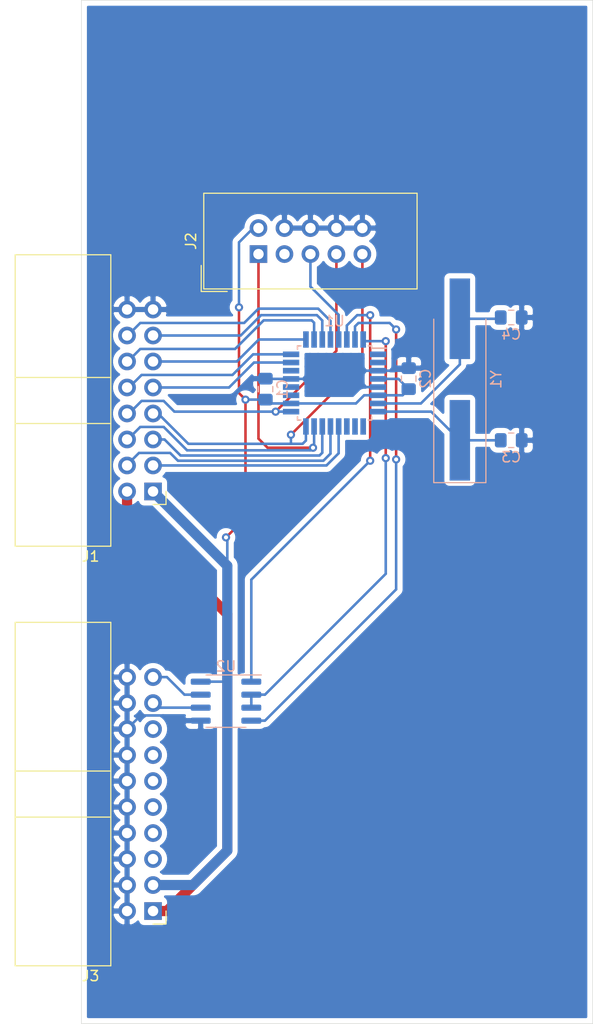
<source format=kicad_pcb>
(kicad_pcb (version 20171130) (host pcbnew 5.1.6)

  (general
    (thickness 1.6)
    (drawings 5)
    (tracks 168)
    (zones 0)
    (modules 10)
    (nets 39)
  )

  (page A4)
  (layers
    (0 F.Cu signal)
    (31 B.Cu signal)
    (32 B.Adhes user)
    (33 F.Adhes user)
    (34 B.Paste user)
    (35 F.Paste user)
    (36 B.SilkS user)
    (37 F.SilkS user)
    (38 B.Mask user)
    (39 F.Mask user)
    (40 Dwgs.User user)
    (41 Cmts.User user)
    (42 Eco1.User user)
    (43 Eco2.User user)
    (44 Edge.Cuts user)
    (45 Margin user)
    (46 B.CrtYd user)
    (47 F.CrtYd user)
    (48 B.Fab user)
    (49 F.Fab user)
  )

  (setup
    (last_trace_width 0.25)
    (user_trace_width 0.25)
    (user_trace_width 1)
    (trace_clearance 0.2)
    (zone_clearance 0.508)
    (zone_45_only no)
    (trace_min 0.2)
    (via_size 0.8)
    (via_drill 0.4)
    (via_min_size 0.4)
    (via_min_drill 0.3)
    (uvia_size 0.3)
    (uvia_drill 0.1)
    (uvias_allowed no)
    (uvia_min_size 0.2)
    (uvia_min_drill 0.1)
    (edge_width 0.05)
    (segment_width 0.2)
    (pcb_text_width 0.3)
    (pcb_text_size 1.5 1.5)
    (mod_edge_width 0.12)
    (mod_text_size 1 1)
    (mod_text_width 0.15)
    (pad_size 1.524 1.524)
    (pad_drill 0.762)
    (pad_to_mask_clearance 0.05)
    (aux_axis_origin 0 0)
    (visible_elements FFFFFF7F)
    (pcbplotparams
      (layerselection 0x010fc_ffffffff)
      (usegerberextensions false)
      (usegerberattributes true)
      (usegerberadvancedattributes true)
      (creategerberjobfile true)
      (excludeedgelayer true)
      (linewidth 0.100000)
      (plotframeref false)
      (viasonmask false)
      (mode 1)
      (useauxorigin false)
      (hpglpennumber 1)
      (hpglpenspeed 20)
      (hpglpendiameter 15.000000)
      (psnegative false)
      (psa4output false)
      (plotreference true)
      (plotvalue true)
      (plotinvisibletext false)
      (padsonsilk false)
      (subtractmaskfromsilk false)
      (outputformat 1)
      (mirror false)
      (drillshape 0)
      (scaleselection 1)
      (outputdirectory "tray5"))
  )

  (net 0 "")
  (net 1 GND)
  (net 2 VCC)
  (net 3 "Net-(C3-Pad1)")
  (net 4 "Net-(C4-Pad1)")
  (net 5 "Net-(J1-Pad2)")
  (net 6 PB4)
  (net 7 PB5)
  (net 8 "Net-(J2-Pad5)")
  (net 9 "Net-(J2-Pad3)")
  (net 10 PB3)
  (net 11 "Net-(J3-Pad19)")
  (net 12 "Net-(J3-Pad17)")
  (net 13 "Net-(J3-Pad15)")
  (net 14 "Net-(J3-Pad13)")
  (net 15 "Net-(J3-Pad11)")
  (net 16 "Net-(J3-Pad9)")
  (net 17 "Net-(J3-Pad7)")
  (net 18 "Net-(J3-Pad5)")
  (net 19 "Net-(U1-Pad32)")
  (net 20 "Net-(U1-Pad31)")
  (net 21 "Net-(U1-Pad30)")
  (net 22 PC5)
  (net 23 PC4)
  (net 24 PC3)
  (net 25 PC2)
  (net 26 PC1)
  (net 27 PC0)
  (net 28 "Net-(U1-Pad22)")
  (net 29 "Net-(U1-Pad20)")
  (net 30 "Net-(U1-Pad19)")
  (net 31 PB2)
  (net 32 PB1)
  (net 33 PB0)
  (net 34 "Net-(U1-Pad11)")
  (net 35 "Net-(U1-Pad10)")
  (net 36 "Net-(U1-Pad9)")
  (net 37 "Net-(U1-Pad2)")
  (net 38 "Net-(U1-Pad1)")

  (net_class Default "This is the default net class."
    (clearance 0.2)
    (trace_width 0.25)
    (via_dia 0.8)
    (via_drill 0.4)
    (uvia_dia 0.3)
    (uvia_drill 0.1)
    (add_net GND)
    (add_net "Net-(C3-Pad1)")
    (add_net "Net-(C4-Pad1)")
    (add_net "Net-(J1-Pad2)")
    (add_net "Net-(J2-Pad3)")
    (add_net "Net-(J2-Pad5)")
    (add_net "Net-(J3-Pad11)")
    (add_net "Net-(J3-Pad13)")
    (add_net "Net-(J3-Pad15)")
    (add_net "Net-(J3-Pad17)")
    (add_net "Net-(J3-Pad19)")
    (add_net "Net-(J3-Pad5)")
    (add_net "Net-(J3-Pad7)")
    (add_net "Net-(J3-Pad9)")
    (add_net "Net-(U1-Pad1)")
    (add_net "Net-(U1-Pad10)")
    (add_net "Net-(U1-Pad11)")
    (add_net "Net-(U1-Pad19)")
    (add_net "Net-(U1-Pad2)")
    (add_net "Net-(U1-Pad20)")
    (add_net "Net-(U1-Pad22)")
    (add_net "Net-(U1-Pad30)")
    (add_net "Net-(U1-Pad31)")
    (add_net "Net-(U1-Pad32)")
    (add_net "Net-(U1-Pad9)")
    (add_net PB0)
    (add_net PB1)
    (add_net PB2)
    (add_net PB3)
    (add_net PB4)
    (add_net PB5)
    (add_net PC0)
    (add_net PC1)
    (add_net PC2)
    (add_net PC3)
    (add_net PC4)
    (add_net PC5)
    (add_net VCC)
  )

  (module Crystal:Crystal_SMD_HC49-SD_HandSoldering (layer B.Cu) (tedit 5A1AD52C) (tstamp 5F5CFAEB)
    (at 87 87.0625 90)
    (descr "SMD Crystal HC-49-SD http://cdn-reichelt.de/documents/datenblatt/B400/xxx-HC49-SMD.pdf, hand-soldering, 11.4x4.7mm^2 package")
    (tags "SMD SMT crystal hand-soldering")
    (path /5F5EF268)
    (attr smd)
    (fp_text reference Y1 (at 0 3.55 90) (layer B.SilkS)
      (effects (font (size 1 1) (thickness 0.15)) (justify mirror))
    )
    (fp_text value 16MHz (at 0 -3.55 90) (layer B.Fab)
      (effects (font (size 1 1) (thickness 0.15)) (justify mirror))
    )
    (fp_line (start -5.7 2.35) (end -5.7 -2.35) (layer B.Fab) (width 0.1))
    (fp_line (start -5.7 -2.35) (end 5.7 -2.35) (layer B.Fab) (width 0.1))
    (fp_line (start 5.7 -2.35) (end 5.7 2.35) (layer B.Fab) (width 0.1))
    (fp_line (start 5.7 2.35) (end -5.7 2.35) (layer B.Fab) (width 0.1))
    (fp_line (start -3.015 2.115) (end 3.015 2.115) (layer B.Fab) (width 0.1))
    (fp_line (start -3.015 -2.115) (end 3.015 -2.115) (layer B.Fab) (width 0.1))
    (fp_line (start 5.9 2.55) (end -10.075 2.55) (layer B.SilkS) (width 0.12))
    (fp_line (start -10.075 2.55) (end -10.075 -2.55) (layer B.SilkS) (width 0.12))
    (fp_line (start -10.075 -2.55) (end 5.9 -2.55) (layer B.SilkS) (width 0.12))
    (fp_line (start -10.2 2.6) (end -10.2 -2.6) (layer B.CrtYd) (width 0.05))
    (fp_line (start -10.2 -2.6) (end 10.2 -2.6) (layer B.CrtYd) (width 0.05))
    (fp_line (start 10.2 -2.6) (end 10.2 2.6) (layer B.CrtYd) (width 0.05))
    (fp_line (start 10.2 2.6) (end -10.2 2.6) (layer B.CrtYd) (width 0.05))
    (fp_arc (start 3.015 0) (end 3.015 2.115) (angle -180) (layer B.Fab) (width 0.1))
    (fp_arc (start -3.015 0) (end -3.015 2.115) (angle 180) (layer B.Fab) (width 0.1))
    (fp_text user %R (at 0 0 90) (layer B.Fab)
      (effects (font (size 1 1) (thickness 0.15)) (justify mirror))
    )
    (pad 2 smd rect (at 5.9375 0 90) (size 7.875 2) (layers B.Cu B.Paste B.Mask)
      (net 4 "Net-(C4-Pad1)"))
    (pad 1 smd rect (at -5.9375 0 90) (size 7.875 2) (layers B.Cu B.Paste B.Mask)
      (net 3 "Net-(C3-Pad1)"))
    (model ${KISYS3DMOD}/Crystal.3dshapes/Crystal_SMD_HC49-SD.wrl
      (at (xyz 0 0 0))
      (scale (xyz 1 1 1))
      (rotate (xyz 0 0 0))
    )
  )

  (module Package_SO:SOIC-8_3.9x4.9mm_P1.27mm (layer B.Cu) (tedit 5D9F72B1) (tstamp 5F5CFAD5)
    (at 64.135 118.491 180)
    (descr "SOIC, 8 Pin (JEDEC MS-012AA, https://www.analog.com/media/en/package-pcb-resources/package/pkg_pdf/soic_narrow-r/r_8.pdf), generated with kicad-footprint-generator ipc_gullwing_generator.py")
    (tags "SOIC SO")
    (path /5F5EF24A)
    (attr smd)
    (fp_text reference U2 (at 0 3.4) (layer B.SilkS)
      (effects (font (size 1 1) (thickness 0.15)) (justify mirror))
    )
    (fp_text value ST485EBDR (at 0 -3.4) (layer B.Fab)
      (effects (font (size 1 1) (thickness 0.15)) (justify mirror))
    )
    (fp_line (start 0 -2.56) (end 1.95 -2.56) (layer B.SilkS) (width 0.12))
    (fp_line (start 0 -2.56) (end -1.95 -2.56) (layer B.SilkS) (width 0.12))
    (fp_line (start 0 2.56) (end 1.95 2.56) (layer B.SilkS) (width 0.12))
    (fp_line (start 0 2.56) (end -3.45 2.56) (layer B.SilkS) (width 0.12))
    (fp_line (start -0.975 2.45) (end 1.95 2.45) (layer B.Fab) (width 0.1))
    (fp_line (start 1.95 2.45) (end 1.95 -2.45) (layer B.Fab) (width 0.1))
    (fp_line (start 1.95 -2.45) (end -1.95 -2.45) (layer B.Fab) (width 0.1))
    (fp_line (start -1.95 -2.45) (end -1.95 1.475) (layer B.Fab) (width 0.1))
    (fp_line (start -1.95 1.475) (end -0.975 2.45) (layer B.Fab) (width 0.1))
    (fp_line (start -3.7 2.7) (end -3.7 -2.7) (layer B.CrtYd) (width 0.05))
    (fp_line (start -3.7 -2.7) (end 3.7 -2.7) (layer B.CrtYd) (width 0.05))
    (fp_line (start 3.7 -2.7) (end 3.7 2.7) (layer B.CrtYd) (width 0.05))
    (fp_line (start 3.7 2.7) (end -3.7 2.7) (layer B.CrtYd) (width 0.05))
    (fp_text user %R (at 0 0) (layer B.Fab)
      (effects (font (size 0.98 0.98) (thickness 0.15)) (justify mirror))
    )
    (pad 8 smd roundrect (at 2.475 1.905 180) (size 1.95 0.6) (layers B.Cu B.Paste B.Mask) (roundrect_rratio 0.25)
      (net 2 VCC))
    (pad 7 smd roundrect (at 2.475 0.635 180) (size 1.95 0.6) (layers B.Cu B.Paste B.Mask) (roundrect_rratio 0.25)
      (net 11 "Net-(J3-Pad19)"))
    (pad 6 smd roundrect (at 2.475 -0.635 180) (size 1.95 0.6) (layers B.Cu B.Paste B.Mask) (roundrect_rratio 0.25)
      (net 12 "Net-(J3-Pad17)"))
    (pad 5 smd roundrect (at 2.475 -1.905 180) (size 1.95 0.6) (layers B.Cu B.Paste B.Mask) (roundrect_rratio 0.25)
      (net 1 GND))
    (pad 4 smd roundrect (at -2.475 -1.905 180) (size 1.95 0.6) (layers B.Cu B.Paste B.Mask) (roundrect_rratio 0.25)
      (net 20 "Net-(U1-Pad31)"))
    (pad 3 smd roundrect (at -2.475 -0.635 180) (size 1.95 0.6) (layers B.Cu B.Paste B.Mask) (roundrect_rratio 0.25)
      (net 19 "Net-(U1-Pad32)"))
    (pad 2 smd roundrect (at -2.475 0.635 180) (size 1.95 0.6) (layers B.Cu B.Paste B.Mask) (roundrect_rratio 0.25)
      (net 19 "Net-(U1-Pad32)"))
    (pad 1 smd roundrect (at -2.475 1.905 180) (size 1.95 0.6) (layers B.Cu B.Paste B.Mask) (roundrect_rratio 0.25)
      (net 21 "Net-(U1-Pad30)"))
    (model ${KISYS3DMOD}/Package_SO.3dshapes/SOIC-8_3.9x4.9mm_P1.27mm.wrl
      (at (xyz 0 0 0))
      (scale (xyz 1 1 1))
      (rotate (xyz 0 0 0))
    )
  )

  (module Package_QFP:TQFP-32_7x7mm_P0.8mm (layer B.Cu) (tedit 5A02F146) (tstamp 5F5CFABB)
    (at 74.75 87.4 180)
    (descr "32-Lead Plastic Thin Quad Flatpack (PT) - 7x7x1.0 mm Body, 2.00 mm [TQFP] (see Microchip Packaging Specification 00000049BS.pdf)")
    (tags "QFP 0.8")
    (path /5F5EF262)
    (attr smd)
    (fp_text reference U1 (at 0 6.05) (layer B.SilkS)
      (effects (font (size 1 1) (thickness 0.15)) (justify mirror))
    )
    (fp_text value ATmega328P-AU (at 0 -6.05) (layer B.Fab)
      (effects (font (size 1 1) (thickness 0.15)) (justify mirror))
    )
    (fp_line (start -2.5 3.5) (end 3.5 3.5) (layer B.Fab) (width 0.15))
    (fp_line (start 3.5 3.5) (end 3.5 -3.5) (layer B.Fab) (width 0.15))
    (fp_line (start 3.5 -3.5) (end -3.5 -3.5) (layer B.Fab) (width 0.15))
    (fp_line (start -3.5 -3.5) (end -3.5 2.5) (layer B.Fab) (width 0.15))
    (fp_line (start -3.5 2.5) (end -2.5 3.5) (layer B.Fab) (width 0.15))
    (fp_line (start -5.3 5.3) (end -5.3 -5.3) (layer B.CrtYd) (width 0.05))
    (fp_line (start 5.3 5.3) (end 5.3 -5.3) (layer B.CrtYd) (width 0.05))
    (fp_line (start -5.3 5.3) (end 5.3 5.3) (layer B.CrtYd) (width 0.05))
    (fp_line (start -5.3 -5.3) (end 5.3 -5.3) (layer B.CrtYd) (width 0.05))
    (fp_line (start -3.625 3.625) (end -3.625 3.4) (layer B.SilkS) (width 0.15))
    (fp_line (start 3.625 3.625) (end 3.625 3.3) (layer B.SilkS) (width 0.15))
    (fp_line (start 3.625 -3.625) (end 3.625 -3.3) (layer B.SilkS) (width 0.15))
    (fp_line (start -3.625 -3.625) (end -3.625 -3.3) (layer B.SilkS) (width 0.15))
    (fp_line (start -3.625 3.625) (end -3.3 3.625) (layer B.SilkS) (width 0.15))
    (fp_line (start -3.625 -3.625) (end -3.3 -3.625) (layer B.SilkS) (width 0.15))
    (fp_line (start 3.625 -3.625) (end 3.3 -3.625) (layer B.SilkS) (width 0.15))
    (fp_line (start 3.625 3.625) (end 3.3 3.625) (layer B.SilkS) (width 0.15))
    (fp_line (start -3.625 3.4) (end -5.05 3.4) (layer B.SilkS) (width 0.15))
    (fp_text user %R (at 0 0) (layer B.Fab)
      (effects (font (size 1 1) (thickness 0.15)) (justify mirror))
    )
    (pad 32 smd rect (at -2.8 4.25 90) (size 1.6 0.55) (layers B.Cu B.Paste B.Mask)
      (net 19 "Net-(U1-Pad32)"))
    (pad 31 smd rect (at -2 4.25 90) (size 1.6 0.55) (layers B.Cu B.Paste B.Mask)
      (net 20 "Net-(U1-Pad31)"))
    (pad 30 smd rect (at -1.2 4.25 90) (size 1.6 0.55) (layers B.Cu B.Paste B.Mask)
      (net 21 "Net-(U1-Pad30)"))
    (pad 29 smd rect (at -0.4 4.25 90) (size 1.6 0.55) (layers B.Cu B.Paste B.Mask)
      (net 8 "Net-(J2-Pad5)"))
    (pad 28 smd rect (at 0.4 4.25 90) (size 1.6 0.55) (layers B.Cu B.Paste B.Mask)
      (net 22 PC5))
    (pad 27 smd rect (at 1.2 4.25 90) (size 1.6 0.55) (layers B.Cu B.Paste B.Mask)
      (net 23 PC4))
    (pad 26 smd rect (at 2 4.25 90) (size 1.6 0.55) (layers B.Cu B.Paste B.Mask)
      (net 24 PC3))
    (pad 25 smd rect (at 2.8 4.25 90) (size 1.6 0.55) (layers B.Cu B.Paste B.Mask)
      (net 25 PC2))
    (pad 24 smd rect (at 4.25 2.8 180) (size 1.6 0.55) (layers B.Cu B.Paste B.Mask)
      (net 26 PC1))
    (pad 23 smd rect (at 4.25 2 180) (size 1.6 0.55) (layers B.Cu B.Paste B.Mask)
      (net 27 PC0))
    (pad 22 smd rect (at 4.25 1.2 180) (size 1.6 0.55) (layers B.Cu B.Paste B.Mask)
      (net 28 "Net-(U1-Pad22)"))
    (pad 21 smd rect (at 4.25 0.4 180) (size 1.6 0.55) (layers B.Cu B.Paste B.Mask)
      (net 1 GND))
    (pad 20 smd rect (at 4.25 -0.4 180) (size 1.6 0.55) (layers B.Cu B.Paste B.Mask)
      (net 29 "Net-(U1-Pad20)"))
    (pad 19 smd rect (at 4.25 -1.2 180) (size 1.6 0.55) (layers B.Cu B.Paste B.Mask)
      (net 30 "Net-(U1-Pad19)"))
    (pad 18 smd rect (at 4.25 -2 180) (size 1.6 0.55) (layers B.Cu B.Paste B.Mask)
      (net 2 VCC))
    (pad 17 smd rect (at 4.25 -2.8 180) (size 1.6 0.55) (layers B.Cu B.Paste B.Mask)
      (net 7 PB5))
    (pad 16 smd rect (at 2.8 -4.25 90) (size 1.6 0.55) (layers B.Cu B.Paste B.Mask)
      (net 6 PB4))
    (pad 15 smd rect (at 2 -4.25 90) (size 1.6 0.55) (layers B.Cu B.Paste B.Mask)
      (net 10 PB3))
    (pad 14 smd rect (at 1.2 -4.25 90) (size 1.6 0.55) (layers B.Cu B.Paste B.Mask)
      (net 31 PB2))
    (pad 13 smd rect (at 0.4 -4.25 90) (size 1.6 0.55) (layers B.Cu B.Paste B.Mask)
      (net 32 PB1))
    (pad 12 smd rect (at -0.4 -4.25 90) (size 1.6 0.55) (layers B.Cu B.Paste B.Mask)
      (net 33 PB0))
    (pad 11 smd rect (at -1.2 -4.25 90) (size 1.6 0.55) (layers B.Cu B.Paste B.Mask)
      (net 34 "Net-(U1-Pad11)"))
    (pad 10 smd rect (at -2 -4.25 90) (size 1.6 0.55) (layers B.Cu B.Paste B.Mask)
      (net 35 "Net-(U1-Pad10)"))
    (pad 9 smd rect (at -2.8 -4.25 90) (size 1.6 0.55) (layers B.Cu B.Paste B.Mask)
      (net 36 "Net-(U1-Pad9)"))
    (pad 8 smd rect (at -4.25 -2.8 180) (size 1.6 0.55) (layers B.Cu B.Paste B.Mask)
      (net 3 "Net-(C3-Pad1)"))
    (pad 7 smd rect (at -4.25 -2 180) (size 1.6 0.55) (layers B.Cu B.Paste B.Mask)
      (net 4 "Net-(C4-Pad1)"))
    (pad 6 smd rect (at -4.25 -1.2 180) (size 1.6 0.55) (layers B.Cu B.Paste B.Mask)
      (net 2 VCC))
    (pad 5 smd rect (at -4.25 -0.4 180) (size 1.6 0.55) (layers B.Cu B.Paste B.Mask)
      (net 1 GND))
    (pad 4 smd rect (at -4.25 0.4 180) (size 1.6 0.55) (layers B.Cu B.Paste B.Mask)
      (net 2 VCC))
    (pad 3 smd rect (at -4.25 1.2 180) (size 1.6 0.55) (layers B.Cu B.Paste B.Mask)
      (net 1 GND))
    (pad 2 smd rect (at -4.25 2 180) (size 1.6 0.55) (layers B.Cu B.Paste B.Mask)
      (net 37 "Net-(U1-Pad2)"))
    (pad 1 smd rect (at -4.25 2.8 180) (size 1.6 0.55) (layers B.Cu B.Paste B.Mask)
      (net 38 "Net-(U1-Pad1)"))
    (model ${KISYS3DMOD}/Package_QFP.3dshapes/TQFP-32_7x7mm_P0.8mm.wrl
      (at (xyz 0 0 0))
      (scale (xyz 1 1 1))
      (rotate (xyz 0 0 0))
    )
  )

  (module Connector_IDC:IDC-Header_2x10_P2.54mm_Horizontal (layer F.Cu) (tedit 59DE217B) (tstamp 5F5CFA84)
    (at 57 139 180)
    (descr "Through hole angled IDC box header, 2x10, 2.54mm pitch, double rows")
    (tags "Through hole IDC box header THT 2x10 2.54mm double row")
    (path /5F5EF225)
    (fp_text reference J3 (at 6.105 -6.35) (layer F.SilkS)
      (effects (font (size 1 1) (thickness 0.15)))
    )
    (fp_text value Conn_02x10_Odd_Even (at 6.105 29.464) (layer F.Fab)
      (effects (font (size 1 1) (thickness 0.15)))
    )
    (fp_line (start -0.32 -0.32) (end -0.32 0.32) (layer F.Fab) (width 0.1))
    (fp_line (start -0.32 0.32) (end 4.38 0.32) (layer F.Fab) (width 0.1))
    (fp_line (start -0.32 10.48) (end 4.38 10.48) (layer F.Fab) (width 0.1))
    (fp_line (start -0.32 12.38) (end -0.32 13.02) (layer F.Fab) (width 0.1))
    (fp_line (start -0.32 13.02) (end 4.38 13.02) (layer F.Fab) (width 0.1))
    (fp_line (start -0.32 14.92) (end -0.32 15.56) (layer F.Fab) (width 0.1))
    (fp_line (start -0.32 15.56) (end 4.38 15.56) (layer F.Fab) (width 0.1))
    (fp_line (start -0.32 17.46) (end -0.32 18.1) (layer F.Fab) (width 0.1))
    (fp_line (start -0.32 18.1) (end 4.38 18.1) (layer F.Fab) (width 0.1))
    (fp_line (start -0.32 2.22) (end -0.32 2.86) (layer F.Fab) (width 0.1))
    (fp_line (start -0.32 2.86) (end 4.38 2.86) (layer F.Fab) (width 0.1))
    (fp_line (start -0.32 20) (end -0.32 20.64) (layer F.Fab) (width 0.1))
    (fp_line (start -0.32 20.64) (end 4.38 20.64) (layer F.Fab) (width 0.1))
    (fp_line (start -0.32 22.54) (end -0.32 23.18) (layer F.Fab) (width 0.1))
    (fp_line (start -0.32 23.18) (end 4.38 23.18) (layer F.Fab) (width 0.1))
    (fp_line (start -0.32 4.76) (end -0.32 5.4) (layer F.Fab) (width 0.1))
    (fp_line (start -0.32 5.4) (end 4.38 5.4) (layer F.Fab) (width 0.1))
    (fp_line (start -0.32 7.3) (end -0.32 7.94) (layer F.Fab) (width 0.1))
    (fp_line (start -0.32 7.94) (end 4.38 7.94) (layer F.Fab) (width 0.1))
    (fp_line (start -0.32 9.84) (end -0.32 10.48) (layer F.Fab) (width 0.1))
    (fp_line (start 13.23 27.96) (end 13.23 -5.1) (layer F.Fab) (width 0.1))
    (fp_line (start 4.38 -0.32) (end -0.32 -0.32) (layer F.Fab) (width 0.1))
    (fp_line (start 4.38 -4.1) (end 5.38 -5.1) (layer F.Fab) (width 0.1))
    (fp_line (start 4.38 12.38) (end -0.32 12.38) (layer F.Fab) (width 0.1))
    (fp_line (start 4.38 13.68) (end 13.23 13.68) (layer F.Fab) (width 0.1))
    (fp_line (start 4.38 14.92) (end -0.32 14.92) (layer F.Fab) (width 0.1))
    (fp_line (start 4.38 17.46) (end -0.32 17.46) (layer F.Fab) (width 0.1))
    (fp_line (start 4.38 2.22) (end -0.32 2.22) (layer F.Fab) (width 0.1))
    (fp_line (start 4.38 20) (end -0.32 20) (layer F.Fab) (width 0.1))
    (fp_line (start 4.38 22.54) (end -0.32 22.54) (layer F.Fab) (width 0.1))
    (fp_line (start 4.38 27.96) (end 13.23 27.96) (layer F.Fab) (width 0.1))
    (fp_line (start 4.38 27.96) (end 4.38 -4.1) (layer F.Fab) (width 0.1))
    (fp_line (start 4.38 4.76) (end -0.32 4.76) (layer F.Fab) (width 0.1))
    (fp_line (start 4.38 7.3) (end -0.32 7.3) (layer F.Fab) (width 0.1))
    (fp_line (start 4.38 9.18) (end 13.23 9.18) (layer F.Fab) (width 0.1))
    (fp_line (start 4.38 9.84) (end -0.32 9.84) (layer F.Fab) (width 0.1))
    (fp_line (start 5.38 -5.1) (end 13.23 -5.1) (layer F.Fab) (width 0.1))
    (fp_line (start -1.27 -1.27) (end -1.27 0) (layer F.SilkS) (width 0.12))
    (fp_line (start 0 -1.27) (end -1.27 -1.27) (layer F.SilkS) (width 0.12))
    (fp_line (start 13.48 -5.35) (end 13.48 28.21) (layer F.SilkS) (width 0.12))
    (fp_line (start 4.13 -5.35) (end 13.48 -5.35) (layer F.SilkS) (width 0.12))
    (fp_line (start 4.13 13.68) (end 13.48 13.68) (layer F.SilkS) (width 0.12))
    (fp_line (start 4.13 28.21) (end 13.48 28.21) (layer F.SilkS) (width 0.12))
    (fp_line (start 4.13 28.21) (end 4.13 -5.35) (layer F.SilkS) (width 0.12))
    (fp_line (start 4.13 9.18) (end 13.48 9.18) (layer F.SilkS) (width 0.12))
    (fp_line (start -1.12 -5.35) (end 13.48 -5.35) (layer F.CrtYd) (width 0.05))
    (fp_line (start -1.12 28.21) (end -1.12 -5.35) (layer F.CrtYd) (width 0.05))
    (fp_line (start 13.48 -5.35) (end 13.48 28.21) (layer F.CrtYd) (width 0.05))
    (fp_line (start 13.48 28.21) (end -1.12 28.21) (layer F.CrtYd) (width 0.05))
    (fp_text user %R (at 8.805 11.43 90) (layer F.Fab)
      (effects (font (size 1 1) (thickness 0.15)))
    )
    (pad 20 thru_hole oval (at 2.54 22.86 180) (size 1.7272 1.7272) (drill 1.016) (layers *.Cu *.Mask)
      (net 1 GND))
    (pad 19 thru_hole oval (at 0 22.86 180) (size 1.7272 1.7272) (drill 1.016) (layers *.Cu *.Mask)
      (net 11 "Net-(J3-Pad19)"))
    (pad 18 thru_hole oval (at 2.54 20.32 180) (size 1.7272 1.7272) (drill 1.016) (layers *.Cu *.Mask)
      (net 1 GND))
    (pad 17 thru_hole oval (at 0 20.32 180) (size 1.7272 1.7272) (drill 1.016) (layers *.Cu *.Mask)
      (net 12 "Net-(J3-Pad17)"))
    (pad 16 thru_hole oval (at 2.54 17.78 180) (size 1.7272 1.7272) (drill 1.016) (layers *.Cu *.Mask)
      (net 1 GND))
    (pad 15 thru_hole oval (at 0 17.78 180) (size 1.7272 1.7272) (drill 1.016) (layers *.Cu *.Mask)
      (net 13 "Net-(J3-Pad15)"))
    (pad 14 thru_hole oval (at 2.54 15.24 180) (size 1.7272 1.7272) (drill 1.016) (layers *.Cu *.Mask)
      (net 1 GND))
    (pad 13 thru_hole oval (at 0 15.24 180) (size 1.7272 1.7272) (drill 1.016) (layers *.Cu *.Mask)
      (net 14 "Net-(J3-Pad13)"))
    (pad 12 thru_hole oval (at 2.54 12.7 180) (size 1.7272 1.7272) (drill 1.016) (layers *.Cu *.Mask)
      (net 1 GND))
    (pad 11 thru_hole oval (at 0 12.7 180) (size 1.7272 1.7272) (drill 1.016) (layers *.Cu *.Mask)
      (net 15 "Net-(J3-Pad11)"))
    (pad 10 thru_hole oval (at 2.54 10.16 180) (size 1.7272 1.7272) (drill 1.016) (layers *.Cu *.Mask)
      (net 1 GND))
    (pad 9 thru_hole oval (at 0 10.16 180) (size 1.7272 1.7272) (drill 1.016) (layers *.Cu *.Mask)
      (net 16 "Net-(J3-Pad9)"))
    (pad 8 thru_hole oval (at 2.54 7.62 180) (size 1.7272 1.7272) (drill 1.016) (layers *.Cu *.Mask)
      (net 1 GND))
    (pad 7 thru_hole oval (at 0 7.62 180) (size 1.7272 1.7272) (drill 1.016) (layers *.Cu *.Mask)
      (net 17 "Net-(J3-Pad7)"))
    (pad 6 thru_hole oval (at 2.54 5.08 180) (size 1.7272 1.7272) (drill 1.016) (layers *.Cu *.Mask)
      (net 1 GND))
    (pad 5 thru_hole oval (at 0 5.08 180) (size 1.7272 1.7272) (drill 1.016) (layers *.Cu *.Mask)
      (net 18 "Net-(J3-Pad5)"))
    (pad 4 thru_hole oval (at 2.54 2.54 180) (size 1.7272 1.7272) (drill 1.016) (layers *.Cu *.Mask)
      (net 1 GND))
    (pad 3 thru_hole oval (at 0 2.54 180) (size 1.7272 1.7272) (drill 1.016) (layers *.Cu *.Mask)
      (net 2 VCC))
    (pad 2 thru_hole oval (at 2.54 0 180) (size 1.7272 1.7272) (drill 1.016) (layers *.Cu *.Mask)
      (net 1 GND))
    (pad 1 thru_hole rect (at 0 0 180) (size 1.7272 1.7272) (drill 1.016) (layers *.Cu *.Mask)
      (net 5 "Net-(J1-Pad2)"))
    (model ${KISYS3DMOD}/Connector_IDC.3dshapes/IDC-Header_2x10_P2.54mm_Horizontal.wrl
      (at (xyz 0 0 0))
      (scale (xyz 1 1 1))
      (rotate (xyz 0 0 0))
    )
  )

  (module Connector_IDC:IDC-Header_2x05_P2.54mm_Vertical (layer F.Cu) (tedit 59DE0611) (tstamp 5F5CFA3A)
    (at 67.31 74.803 90)
    (descr "Through hole straight IDC box header, 2x05, 2.54mm pitch, double rows")
    (tags "Through hole IDC box header THT 2x05 2.54mm double row")
    (path /5F5EF298)
    (fp_text reference J2 (at 1.27 -6.604 90) (layer F.SilkS)
      (effects (font (size 1 1) (thickness 0.15)))
    )
    (fp_text value AVR-ISP-10 (at 1.27 16.764 90) (layer F.Fab)
      (effects (font (size 1 1) (thickness 0.15)))
    )
    (fp_line (start 5.695 -5.1) (end 5.695 15.26) (layer F.Fab) (width 0.1))
    (fp_line (start 5.145 -4.56) (end 5.145 14.7) (layer F.Fab) (width 0.1))
    (fp_line (start -3.155 -5.1) (end -3.155 15.26) (layer F.Fab) (width 0.1))
    (fp_line (start -2.605 -4.56) (end -2.605 2.83) (layer F.Fab) (width 0.1))
    (fp_line (start -2.605 7.33) (end -2.605 14.7) (layer F.Fab) (width 0.1))
    (fp_line (start -2.605 2.83) (end -3.155 2.83) (layer F.Fab) (width 0.1))
    (fp_line (start -2.605 7.33) (end -3.155 7.33) (layer F.Fab) (width 0.1))
    (fp_line (start 5.695 -5.1) (end -3.155 -5.1) (layer F.Fab) (width 0.1))
    (fp_line (start 5.145 -4.56) (end -2.605 -4.56) (layer F.Fab) (width 0.1))
    (fp_line (start 5.695 15.26) (end -3.155 15.26) (layer F.Fab) (width 0.1))
    (fp_line (start 5.145 14.7) (end -2.605 14.7) (layer F.Fab) (width 0.1))
    (fp_line (start 5.695 -5.1) (end 5.145 -4.56) (layer F.Fab) (width 0.1))
    (fp_line (start 5.695 15.26) (end 5.145 14.7) (layer F.Fab) (width 0.1))
    (fp_line (start -3.155 -5.1) (end -2.605 -4.56) (layer F.Fab) (width 0.1))
    (fp_line (start -3.155 15.26) (end -2.605 14.7) (layer F.Fab) (width 0.1))
    (fp_line (start 5.95 -5.35) (end 5.95 15.51) (layer F.CrtYd) (width 0.05))
    (fp_line (start 5.95 15.51) (end -3.41 15.51) (layer F.CrtYd) (width 0.05))
    (fp_line (start -3.41 15.51) (end -3.41 -5.35) (layer F.CrtYd) (width 0.05))
    (fp_line (start -3.41 -5.35) (end 5.95 -5.35) (layer F.CrtYd) (width 0.05))
    (fp_line (start 5.945 -5.35) (end 5.945 15.51) (layer F.SilkS) (width 0.12))
    (fp_line (start 5.945 15.51) (end -3.405 15.51) (layer F.SilkS) (width 0.12))
    (fp_line (start -3.405 15.51) (end -3.405 -5.35) (layer F.SilkS) (width 0.12))
    (fp_line (start -3.405 -5.35) (end 5.945 -5.35) (layer F.SilkS) (width 0.12))
    (fp_line (start -3.655 -5.6) (end -3.655 -3.06) (layer F.SilkS) (width 0.12))
    (fp_line (start -3.655 -5.6) (end -1.115 -5.6) (layer F.SilkS) (width 0.12))
    (fp_text user %R (at 1.27 5.08 90) (layer F.Fab)
      (effects (font (size 1 1) (thickness 0.15)))
    )
    (pad 10 thru_hole oval (at 2.54 10.16 90) (size 1.7272 1.7272) (drill 1.016) (layers *.Cu *.Mask)
      (net 1 GND))
    (pad 9 thru_hole oval (at 0 10.16 90) (size 1.7272 1.7272) (drill 1.016) (layers *.Cu *.Mask)
      (net 6 PB4))
    (pad 8 thru_hole oval (at 2.54 7.62 90) (size 1.7272 1.7272) (drill 1.016) (layers *.Cu *.Mask)
      (net 1 GND))
    (pad 7 thru_hole oval (at 0 7.62 90) (size 1.7272 1.7272) (drill 1.016) (layers *.Cu *.Mask)
      (net 7 PB5))
    (pad 6 thru_hole oval (at 2.54 5.08 90) (size 1.7272 1.7272) (drill 1.016) (layers *.Cu *.Mask)
      (net 1 GND))
    (pad 5 thru_hole oval (at 0 5.08 90) (size 1.7272 1.7272) (drill 1.016) (layers *.Cu *.Mask)
      (net 8 "Net-(J2-Pad5)"))
    (pad 4 thru_hole oval (at 2.54 2.54 90) (size 1.7272 1.7272) (drill 1.016) (layers *.Cu *.Mask)
      (net 1 GND))
    (pad 3 thru_hole oval (at 0 2.54 90) (size 1.7272 1.7272) (drill 1.016) (layers *.Cu *.Mask)
      (net 9 "Net-(J2-Pad3)"))
    (pad 2 thru_hole oval (at 2.54 0 90) (size 1.7272 1.7272) (drill 1.016) (layers *.Cu *.Mask)
      (net 2 VCC))
    (pad 1 thru_hole rect (at 0 0 90) (size 1.7272 1.7272) (drill 1.016) (layers *.Cu *.Mask)
      (net 10 PB3))
    (model ${KISYS3DMOD}/Connector_IDC.3dshapes/IDC-Header_2x05_P2.54mm_Vertical.wrl
      (at (xyz 0 0 0))
      (scale (xyz 1 1 1))
      (rotate (xyz 0 0 0))
    )
  )

  (module Connector_IDC:IDC-Header_2x08_P2.54mm_Horizontal (layer F.Cu) (tedit 59DE20FF) (tstamp 5F5CFA12)
    (at 57 98 180)
    (descr "Through hole angled IDC box header, 2x08, 2.54mm pitch, double rows")
    (tags "Through hole IDC box header THT 2x08 2.54mm double row")
    (path /5F6C181F)
    (fp_text reference J1 (at 6.105 -6.35) (layer F.SilkS)
      (effects (font (size 1 1) (thickness 0.15)))
    )
    (fp_text value Conn_02x08_Odd_Even (at 6.105 24.384) (layer F.Fab)
      (effects (font (size 1 1) (thickness 0.15)))
    )
    (fp_line (start -0.32 -0.32) (end -0.32 0.32) (layer F.Fab) (width 0.1))
    (fp_line (start -0.32 0.32) (end 4.38 0.32) (layer F.Fab) (width 0.1))
    (fp_line (start -0.32 10.48) (end 4.38 10.48) (layer F.Fab) (width 0.1))
    (fp_line (start -0.32 12.38) (end -0.32 13.02) (layer F.Fab) (width 0.1))
    (fp_line (start -0.32 13.02) (end 4.38 13.02) (layer F.Fab) (width 0.1))
    (fp_line (start -0.32 14.92) (end -0.32 15.56) (layer F.Fab) (width 0.1))
    (fp_line (start -0.32 15.56) (end 4.38 15.56) (layer F.Fab) (width 0.1))
    (fp_line (start -0.32 17.46) (end -0.32 18.1) (layer F.Fab) (width 0.1))
    (fp_line (start -0.32 18.1) (end 4.38 18.1) (layer F.Fab) (width 0.1))
    (fp_line (start -0.32 2.22) (end -0.32 2.86) (layer F.Fab) (width 0.1))
    (fp_line (start -0.32 2.86) (end 4.38 2.86) (layer F.Fab) (width 0.1))
    (fp_line (start -0.32 4.76) (end -0.32 5.4) (layer F.Fab) (width 0.1))
    (fp_line (start -0.32 5.4) (end 4.38 5.4) (layer F.Fab) (width 0.1))
    (fp_line (start -0.32 7.3) (end -0.32 7.94) (layer F.Fab) (width 0.1))
    (fp_line (start -0.32 7.94) (end 4.38 7.94) (layer F.Fab) (width 0.1))
    (fp_line (start -0.32 9.84) (end -0.32 10.48) (layer F.Fab) (width 0.1))
    (fp_line (start 13.23 22.88) (end 13.23 -5.1) (layer F.Fab) (width 0.1))
    (fp_line (start 4.38 -0.32) (end -0.32 -0.32) (layer F.Fab) (width 0.1))
    (fp_line (start 4.38 -4.1) (end 5.38 -5.1) (layer F.Fab) (width 0.1))
    (fp_line (start 4.38 11.14) (end 13.23 11.14) (layer F.Fab) (width 0.1))
    (fp_line (start 4.38 12.38) (end -0.32 12.38) (layer F.Fab) (width 0.1))
    (fp_line (start 4.38 14.92) (end -0.32 14.92) (layer F.Fab) (width 0.1))
    (fp_line (start 4.38 17.46) (end -0.32 17.46) (layer F.Fab) (width 0.1))
    (fp_line (start 4.38 2.22) (end -0.32 2.22) (layer F.Fab) (width 0.1))
    (fp_line (start 4.38 22.88) (end 13.23 22.88) (layer F.Fab) (width 0.1))
    (fp_line (start 4.38 22.88) (end 4.38 -4.1) (layer F.Fab) (width 0.1))
    (fp_line (start 4.38 4.76) (end -0.32 4.76) (layer F.Fab) (width 0.1))
    (fp_line (start 4.38 6.64) (end 13.23 6.64) (layer F.Fab) (width 0.1))
    (fp_line (start 4.38 7.3) (end -0.32 7.3) (layer F.Fab) (width 0.1))
    (fp_line (start 4.38 9.84) (end -0.32 9.84) (layer F.Fab) (width 0.1))
    (fp_line (start 5.38 -5.1) (end 13.23 -5.1) (layer F.Fab) (width 0.1))
    (fp_line (start -1.27 -1.27) (end -1.27 0) (layer F.SilkS) (width 0.12))
    (fp_line (start 0 -1.27) (end -1.27 -1.27) (layer F.SilkS) (width 0.12))
    (fp_line (start 13.48 -5.35) (end 13.48 23.13) (layer F.SilkS) (width 0.12))
    (fp_line (start 4.13 -5.35) (end 13.48 -5.35) (layer F.SilkS) (width 0.12))
    (fp_line (start 4.13 11.14) (end 13.48 11.14) (layer F.SilkS) (width 0.12))
    (fp_line (start 4.13 23.13) (end 13.48 23.13) (layer F.SilkS) (width 0.12))
    (fp_line (start 4.13 23.13) (end 4.13 -5.35) (layer F.SilkS) (width 0.12))
    (fp_line (start 4.13 6.64) (end 13.48 6.64) (layer F.SilkS) (width 0.12))
    (fp_line (start -1.12 -5.35) (end 13.48 -5.35) (layer F.CrtYd) (width 0.05))
    (fp_line (start -1.12 23.13) (end -1.12 -5.35) (layer F.CrtYd) (width 0.05))
    (fp_line (start 13.48 -5.35) (end 13.48 23.13) (layer F.CrtYd) (width 0.05))
    (fp_line (start 13.48 23.13) (end -1.12 23.13) (layer F.CrtYd) (width 0.05))
    (fp_text user %R (at 8.805 8.89 90) (layer F.Fab)
      (effects (font (size 1 1) (thickness 0.15)))
    )
    (pad 16 thru_hole oval (at 2.54 17.78 180) (size 1.7272 1.7272) (drill 1.016) (layers *.Cu *.Mask)
      (net 1 GND))
    (pad 15 thru_hole oval (at 0 17.78 180) (size 1.7272 1.7272) (drill 1.016) (layers *.Cu *.Mask)
      (net 1 GND))
    (pad 14 thru_hole oval (at 2.54 15.24 180) (size 1.7272 1.7272) (drill 1.016) (layers *.Cu *.Mask)
      (net 22 PC5))
    (pad 13 thru_hole oval (at 0 15.24 180) (size 1.7272 1.7272) (drill 1.016) (layers *.Cu *.Mask)
      (net 23 PC4))
    (pad 12 thru_hole oval (at 2.54 12.7 180) (size 1.7272 1.7272) (drill 1.016) (layers *.Cu *.Mask)
      (net 24 PC3))
    (pad 11 thru_hole oval (at 0 12.7 180) (size 1.7272 1.7272) (drill 1.016) (layers *.Cu *.Mask)
      (net 25 PC2))
    (pad 10 thru_hole oval (at 2.54 10.16 180) (size 1.7272 1.7272) (drill 1.016) (layers *.Cu *.Mask)
      (net 26 PC1))
    (pad 9 thru_hole oval (at 0 10.16 180) (size 1.7272 1.7272) (drill 1.016) (layers *.Cu *.Mask)
      (net 27 PC0))
    (pad 8 thru_hole oval (at 2.54 7.62 180) (size 1.7272 1.7272) (drill 1.016) (layers *.Cu *.Mask)
      (net 7 PB5))
    (pad 7 thru_hole oval (at 0 7.62 180) (size 1.7272 1.7272) (drill 1.016) (layers *.Cu *.Mask)
      (net 6 PB4))
    (pad 6 thru_hole oval (at 2.54 5.08 180) (size 1.7272 1.7272) (drill 1.016) (layers *.Cu *.Mask)
      (net 10 PB3))
    (pad 5 thru_hole oval (at 0 5.08 180) (size 1.7272 1.7272) (drill 1.016) (layers *.Cu *.Mask)
      (net 31 PB2))
    (pad 4 thru_hole oval (at 2.54 2.54 180) (size 1.7272 1.7272) (drill 1.016) (layers *.Cu *.Mask)
      (net 32 PB1))
    (pad 3 thru_hole oval (at 0 2.54 180) (size 1.7272 1.7272) (drill 1.016) (layers *.Cu *.Mask)
      (net 33 PB0))
    (pad 2 thru_hole oval (at 2.54 0 180) (size 1.7272 1.7272) (drill 1.016) (layers *.Cu *.Mask)
      (net 5 "Net-(J1-Pad2)"))
    (pad 1 thru_hole rect (at 0 0 180) (size 1.7272 1.7272) (drill 1.016) (layers *.Cu *.Mask)
      (net 2 VCC))
    (model ${KISYS3DMOD}/Connector_IDC.3dshapes/IDC-Header_2x08_P2.54mm_Horizontal.wrl
      (at (xyz 0 0 0))
      (scale (xyz 1 1 1))
      (rotate (xyz 0 0 0))
    )
  )

  (module Capacitor_SMD:C_0805_2012Metric_Pad1.15x1.40mm_HandSolder (layer B.Cu) (tedit 5B36C52B) (tstamp 5F5CF9D2)
    (at 92.025 81)
    (descr "Capacitor SMD 0805 (2012 Metric), square (rectangular) end terminal, IPC_7351 nominal with elongated pad for handsoldering. (Body size source: https://docs.google.com/spreadsheets/d/1BsfQQcO9C6DZCsRaXUlFlo91Tg2WpOkGARC1WS5S8t0/edit?usp=sharing), generated with kicad-footprint-generator")
    (tags "capacitor handsolder")
    (path /5F5EF274)
    (attr smd)
    (fp_text reference C4 (at 0 1.65) (layer B.SilkS)
      (effects (font (size 1 1) (thickness 0.15)) (justify mirror))
    )
    (fp_text value 27p (at 0 -1.65) (layer B.Fab)
      (effects (font (size 1 1) (thickness 0.15)) (justify mirror))
    )
    (fp_line (start -1 -0.6) (end -1 0.6) (layer B.Fab) (width 0.1))
    (fp_line (start -1 0.6) (end 1 0.6) (layer B.Fab) (width 0.1))
    (fp_line (start 1 0.6) (end 1 -0.6) (layer B.Fab) (width 0.1))
    (fp_line (start 1 -0.6) (end -1 -0.6) (layer B.Fab) (width 0.1))
    (fp_line (start -0.261252 0.71) (end 0.261252 0.71) (layer B.SilkS) (width 0.12))
    (fp_line (start -0.261252 -0.71) (end 0.261252 -0.71) (layer B.SilkS) (width 0.12))
    (fp_line (start -1.85 -0.95) (end -1.85 0.95) (layer B.CrtYd) (width 0.05))
    (fp_line (start -1.85 0.95) (end 1.85 0.95) (layer B.CrtYd) (width 0.05))
    (fp_line (start 1.85 0.95) (end 1.85 -0.95) (layer B.CrtYd) (width 0.05))
    (fp_line (start 1.85 -0.95) (end -1.85 -0.95) (layer B.CrtYd) (width 0.05))
    (fp_text user %R (at 0 0) (layer B.Fab)
      (effects (font (size 0.5 0.5) (thickness 0.08)) (justify mirror))
    )
    (pad 2 smd roundrect (at 1.025 0) (size 1.15 1.4) (layers B.Cu B.Paste B.Mask) (roundrect_rratio 0.217391)
      (net 1 GND))
    (pad 1 smd roundrect (at -1.025 0) (size 1.15 1.4) (layers B.Cu B.Paste B.Mask) (roundrect_rratio 0.217391)
      (net 4 "Net-(C4-Pad1)"))
    (model ${KISYS3DMOD}/Capacitor_SMD.3dshapes/C_0805_2012Metric.wrl
      (at (xyz 0 0 0))
      (scale (xyz 1 1 1))
      (rotate (xyz 0 0 0))
    )
  )

  (module Capacitor_SMD:C_0805_2012Metric_Pad1.15x1.40mm_HandSolder (layer B.Cu) (tedit 5B36C52B) (tstamp 5F5CF9C1)
    (at 92.025 93)
    (descr "Capacitor SMD 0805 (2012 Metric), square (rectangular) end terminal, IPC_7351 nominal with elongated pad for handsoldering. (Body size source: https://docs.google.com/spreadsheets/d/1BsfQQcO9C6DZCsRaXUlFlo91Tg2WpOkGARC1WS5S8t0/edit?usp=sharing), generated with kicad-footprint-generator")
    (tags "capacitor handsolder")
    (path /5F5EF26E)
    (attr smd)
    (fp_text reference C3 (at 0 1.65) (layer B.SilkS)
      (effects (font (size 1 1) (thickness 0.15)) (justify mirror))
    )
    (fp_text value 27p (at 0 -1.65) (layer B.Fab)
      (effects (font (size 1 1) (thickness 0.15)) (justify mirror))
    )
    (fp_line (start -1 -0.6) (end -1 0.6) (layer B.Fab) (width 0.1))
    (fp_line (start -1 0.6) (end 1 0.6) (layer B.Fab) (width 0.1))
    (fp_line (start 1 0.6) (end 1 -0.6) (layer B.Fab) (width 0.1))
    (fp_line (start 1 -0.6) (end -1 -0.6) (layer B.Fab) (width 0.1))
    (fp_line (start -0.261252 0.71) (end 0.261252 0.71) (layer B.SilkS) (width 0.12))
    (fp_line (start -0.261252 -0.71) (end 0.261252 -0.71) (layer B.SilkS) (width 0.12))
    (fp_line (start -1.85 -0.95) (end -1.85 0.95) (layer B.CrtYd) (width 0.05))
    (fp_line (start -1.85 0.95) (end 1.85 0.95) (layer B.CrtYd) (width 0.05))
    (fp_line (start 1.85 0.95) (end 1.85 -0.95) (layer B.CrtYd) (width 0.05))
    (fp_line (start 1.85 -0.95) (end -1.85 -0.95) (layer B.CrtYd) (width 0.05))
    (fp_text user %R (at 0 0) (layer B.Fab)
      (effects (font (size 0.5 0.5) (thickness 0.08)) (justify mirror))
    )
    (pad 2 smd roundrect (at 1.025 0) (size 1.15 1.4) (layers B.Cu B.Paste B.Mask) (roundrect_rratio 0.217391)
      (net 1 GND))
    (pad 1 smd roundrect (at -1.025 0) (size 1.15 1.4) (layers B.Cu B.Paste B.Mask) (roundrect_rratio 0.217391)
      (net 3 "Net-(C3-Pad1)"))
    (model ${KISYS3DMOD}/Capacitor_SMD.3dshapes/C_0805_2012Metric.wrl
      (at (xyz 0 0 0))
      (scale (xyz 1 1 1))
      (rotate (xyz 0 0 0))
    )
  )

  (module Capacitor_SMD:C_0805_2012Metric_Pad1.15x1.40mm_HandSolder (layer B.Cu) (tedit 5B36C52B) (tstamp 5F5CF9B0)
    (at 82 86.975 90)
    (descr "Capacitor SMD 0805 (2012 Metric), square (rectangular) end terminal, IPC_7351 nominal with elongated pad for handsoldering. (Body size source: https://docs.google.com/spreadsheets/d/1BsfQQcO9C6DZCsRaXUlFlo91Tg2WpOkGARC1WS5S8t0/edit?usp=sharing), generated with kicad-footprint-generator")
    (tags "capacitor handsolder")
    (path /5F5EF2C9)
    (attr smd)
    (fp_text reference C2 (at 0 1.65 90) (layer B.SilkS)
      (effects (font (size 1 1) (thickness 0.15)) (justify mirror))
    )
    (fp_text value 100nF (at 0 -1.65 90) (layer B.Fab)
      (effects (font (size 1 1) (thickness 0.15)) (justify mirror))
    )
    (fp_line (start -1 -0.6) (end -1 0.6) (layer B.Fab) (width 0.1))
    (fp_line (start -1 0.6) (end 1 0.6) (layer B.Fab) (width 0.1))
    (fp_line (start 1 0.6) (end 1 -0.6) (layer B.Fab) (width 0.1))
    (fp_line (start 1 -0.6) (end -1 -0.6) (layer B.Fab) (width 0.1))
    (fp_line (start -0.261252 0.71) (end 0.261252 0.71) (layer B.SilkS) (width 0.12))
    (fp_line (start -0.261252 -0.71) (end 0.261252 -0.71) (layer B.SilkS) (width 0.12))
    (fp_line (start -1.85 -0.95) (end -1.85 0.95) (layer B.CrtYd) (width 0.05))
    (fp_line (start -1.85 0.95) (end 1.85 0.95) (layer B.CrtYd) (width 0.05))
    (fp_line (start 1.85 0.95) (end 1.85 -0.95) (layer B.CrtYd) (width 0.05))
    (fp_line (start 1.85 -0.95) (end -1.85 -0.95) (layer B.CrtYd) (width 0.05))
    (fp_text user %R (at 0 0 90) (layer B.Fab)
      (effects (font (size 0.5 0.5) (thickness 0.08)) (justify mirror))
    )
    (pad 2 smd roundrect (at 1.025 0 90) (size 1.15 1.4) (layers B.Cu B.Paste B.Mask) (roundrect_rratio 0.217391)
      (net 1 GND))
    (pad 1 smd roundrect (at -1.025 0 90) (size 1.15 1.4) (layers B.Cu B.Paste B.Mask) (roundrect_rratio 0.217391)
      (net 2 VCC))
    (model ${KISYS3DMOD}/Capacitor_SMD.3dshapes/C_0805_2012Metric.wrl
      (at (xyz 0 0 0))
      (scale (xyz 1 1 1))
      (rotate (xyz 0 0 0))
    )
  )

  (module Capacitor_SMD:C_0805_2012Metric_Pad1.15x1.40mm_HandSolder (layer B.Cu) (tedit 5B36C52B) (tstamp 5F5CF99F)
    (at 68 88 90)
    (descr "Capacitor SMD 0805 (2012 Metric), square (rectangular) end terminal, IPC_7351 nominal with elongated pad for handsoldering. (Body size source: https://docs.google.com/spreadsheets/d/1BsfQQcO9C6DZCsRaXUlFlo91Tg2WpOkGARC1WS5S8t0/edit?usp=sharing), generated with kicad-footprint-generator")
    (tags "capacitor handsolder")
    (path /5F5EF2C3)
    (attr smd)
    (fp_text reference C1 (at 0 1.65 90) (layer B.SilkS)
      (effects (font (size 1 1) (thickness 0.15)) (justify mirror))
    )
    (fp_text value 100nF (at 0 -1.65 90) (layer B.Fab)
      (effects (font (size 1 1) (thickness 0.15)) (justify mirror))
    )
    (fp_line (start -1 -0.6) (end -1 0.6) (layer B.Fab) (width 0.1))
    (fp_line (start -1 0.6) (end 1 0.6) (layer B.Fab) (width 0.1))
    (fp_line (start 1 0.6) (end 1 -0.6) (layer B.Fab) (width 0.1))
    (fp_line (start 1 -0.6) (end -1 -0.6) (layer B.Fab) (width 0.1))
    (fp_line (start -0.261252 0.71) (end 0.261252 0.71) (layer B.SilkS) (width 0.12))
    (fp_line (start -0.261252 -0.71) (end 0.261252 -0.71) (layer B.SilkS) (width 0.12))
    (fp_line (start -1.85 -0.95) (end -1.85 0.95) (layer B.CrtYd) (width 0.05))
    (fp_line (start -1.85 0.95) (end 1.85 0.95) (layer B.CrtYd) (width 0.05))
    (fp_line (start 1.85 0.95) (end 1.85 -0.95) (layer B.CrtYd) (width 0.05))
    (fp_line (start 1.85 -0.95) (end -1.85 -0.95) (layer B.CrtYd) (width 0.05))
    (fp_text user %R (at 0 0 90) (layer B.Fab)
      (effects (font (size 0.5 0.5) (thickness 0.08)) (justify mirror))
    )
    (pad 2 smd roundrect (at 1.025 0 90) (size 1.15 1.4) (layers B.Cu B.Paste B.Mask) (roundrect_rratio 0.217391)
      (net 1 GND))
    (pad 1 smd roundrect (at -1.025 0 90) (size 1.15 1.4) (layers B.Cu B.Paste B.Mask) (roundrect_rratio 0.217391)
      (net 2 VCC))
    (model ${KISYS3DMOD}/Capacitor_SMD.3dshapes/C_0805_2012Metric.wrl
      (at (xyz 0 0 0))
      (scale (xyz 1 1 1))
      (rotate (xyz 0 0 0))
    )
  )

  (dimension 6 (width 0.15) (layer Dwgs.User)
    (gr_text "6.000 mm" (at 45.7 147 90) (layer Dwgs.User)
      (effects (font (size 1 1) (thickness 0.15)))
    )
    (feature1 (pts (xy 50 144) (xy 46.413579 144)))
    (feature2 (pts (xy 50 150) (xy 46.413579 150)))
    (crossbar (pts (xy 47 150) (xy 47 144)))
    (arrow1a (pts (xy 47 144) (xy 47.586421 145.126504)))
    (arrow1b (pts (xy 47 144) (xy 46.413579 145.126504)))
    (arrow2a (pts (xy 47 150) (xy 47.586421 148.873496)))
    (arrow2b (pts (xy 47 150) (xy 46.413579 148.873496)))
  )
  (gr_line (start 100 150) (end 50 150) (layer Edge.Cuts) (width 0.05) (tstamp 5F5CFC3F))
  (gr_line (start 100 50) (end 100 150) (layer Edge.Cuts) (width 0.05))
  (gr_line (start 50 50) (end 100 50) (layer Edge.Cuts) (width 0.05))
  (gr_line (start 50 150) (end 50 50) (layer Edge.Cuts) (width 0.05))

  (segment (start 68.025 87) (end 68 86.975) (width 0.25) (layer B.Cu) (net 1))
  (segment (start 70.5 87) (end 68.025 87) (width 0.25) (layer B.Cu) (net 1))
  (segment (start 70.5 87) (end 76.703 87) (width 0.25) (layer B.Cu) (net 1))
  (segment (start 77.503 86.2) (end 79 86.2) (width 0.25) (layer B.Cu) (net 1))
  (segment (start 76.703 87) (end 77.503 86.2) (width 0.25) (layer B.Cu) (net 1))
  (segment (start 77.503 87.8) (end 76.703 87) (width 0.25) (layer B.Cu) (net 1))
  (segment (start 79 87.8) (end 77.503 87.8) (width 0.25) (layer B.Cu) (net 1))
  (segment (start 81.75 86.2) (end 82 85.95) (width 0.25) (layer B.Cu) (net 1))
  (segment (start 79 86.2) (end 81.75 86.2) (width 0.25) (layer B.Cu) (net 1))
  (segment (start 61.66 120.396) (end 58.547 120.396) (width 0.25) (layer B.Cu) (net 1))
  (segment (start 58.547 120.396) (end 58.039 119.888) (width 0.25) (layer B.Cu) (net 1))
  (segment (start 55.792 119.888) (end 54.46 121.22) (width 0.25) (layer B.Cu) (net 1))
  (segment (start 58.039 119.888) (end 55.792 119.888) (width 0.25) (layer B.Cu) (net 1))
  (segment (start 68.375 89.4) (end 68 89.025) (width 0.25) (layer B.Cu) (net 2))
  (segment (start 70.5 89.4) (end 68.375 89.4) (width 0.25) (layer B.Cu) (net 2))
  (segment (start 70.5 89.4) (end 76.843 89.4) (width 0.25) (layer B.Cu) (net 2))
  (segment (start 77.643 88.6) (end 79 88.6) (width 0.25) (layer B.Cu) (net 2))
  (segment (start 76.843 89.4) (end 77.643 88.6) (width 0.25) (layer B.Cu) (net 2))
  (segment (start 81.4 88.6) (end 82 88) (width 0.25) (layer B.Cu) (net 2))
  (segment (start 79 88.6) (end 81.4 88.6) (width 0.25) (layer B.Cu) (net 2))
  (segment (start 81 87) (end 82 88) (width 0.25) (layer B.Cu) (net 2))
  (segment (start 79 87) (end 81 87) (width 0.25) (layer B.Cu) (net 2))
  (segment (start 67.31 72.263) (end 66.802 72.263) (width 0.25) (layer B.Cu) (net 2))
  (segment (start 66.802 72.263) (end 65.405 73.66) (width 0.25) (layer B.Cu) (net 2))
  (segment (start 65.405 73.66) (end 65.405 80.01) (width 0.25) (layer B.Cu) (net 2))
  (via (at 65.405 80.01) (size 0.8) (drill 0.4) (layers F.Cu B.Cu) (net 2))
  (segment (start 65.405 80.01) (end 65.405 88.392) (width 0.25) (layer F.Cu) (net 2))
  (via (at 66.04 89.027) (size 0.8) (drill 0.4) (layers F.Cu B.Cu) (net 2))
  (segment (start 65.405 88.392) (end 66.04 89.027) (width 0.25) (layer F.Cu) (net 2))
  (segment (start 66.042 89.025) (end 68 89.025) (width 0.25) (layer B.Cu) (net 2))
  (segment (start 66.04 89.027) (end 66.042 89.025) (width 0.25) (layer B.Cu) (net 2))
  (segment (start 57 136.46) (end 60.898 136.46) (width 1) (layer B.Cu) (net 2))
  (segment (start 60.898 136.46) (end 64.262 133.096) (width 1) (layer B.Cu) (net 2))
  (segment (start 64.262 105.262) (end 57 98) (width 1) (layer B.Cu) (net 2))
  (segment (start 64.008 116.586) (end 64.262 116.332) (width 0.25) (layer B.Cu) (net 2))
  (segment (start 61.66 116.586) (end 64.008 116.586) (width 0.25) (layer B.Cu) (net 2))
  (segment (start 64.262 133.096) (end 64.262 116.332) (width 1) (layer B.Cu) (net 2))
  (segment (start 64.262 116.332) (end 64.262 105.262) (width 1) (layer B.Cu) (net 2))
  (segment (start 64.262 105.262) (end 64.262 102.616) (width 0.25) (layer B.Cu) (net 2))
  (via (at 64.135 102.489) (size 0.8) (drill 0.4) (layers F.Cu B.Cu) (net 2))
  (segment (start 64.262 102.616) (end 64.135 102.489) (width 0.25) (layer B.Cu) (net 2))
  (segment (start 66.04 100.584) (end 66.04 89.027) (width 0.25) (layer F.Cu) (net 2))
  (segment (start 64.135 102.489) (end 66.04 100.584) (width 0.25) (layer F.Cu) (net 2))
  (segment (start 84.2 90.2) (end 87 93) (width 0.25) (layer B.Cu) (net 3))
  (segment (start 79 90.2) (end 84.2 90.2) (width 0.25) (layer B.Cu) (net 3))
  (segment (start 87 93) (end 91 93) (width 0.25) (layer B.Cu) (net 3))
  (segment (start 79 89.4) (end 83.193 89.4) (width 0.25) (layer B.Cu) (net 4))
  (segment (start 87 85.593) (end 87 81.125) (width 0.25) (layer B.Cu) (net 4))
  (segment (start 83.193 89.4) (end 87 85.593) (width 0.25) (layer B.Cu) (net 4))
  (segment (start 90.875 81.125) (end 91 81) (width 0.25) (layer B.Cu) (net 4))
  (segment (start 87 81.125) (end 90.875 81.125) (width 0.25) (layer B.Cu) (net 4))
  (segment (start 57 139) (end 58.358 139) (width 1) (layer F.Cu) (net 5))
  (segment (start 58.358 139) (end 64.262 133.096) (width 1) (layer F.Cu) (net 5))
  (segment (start 64.262 133.096) (end 64.262 109.982) (width 1) (layer F.Cu) (net 5))
  (segment (start 54.46 100.18) (end 54.46 98) (width 1) (layer F.Cu) (net 5))
  (segment (start 64.262 109.982) (end 54.46 100.18) (width 1) (layer F.Cu) (net 5))
  (segment (start 57 90.38) (end 57.487 90.38) (width 0.25) (layer B.Cu) (net 6))
  (segment (start 57.487 90.38) (end 60.452 93.345) (width 0.25) (layer B.Cu) (net 6))
  (segment (start 71.95 93.023) (end 71.95 91.65) (width 0.25) (layer B.Cu) (net 6))
  (segment (start 71.628 93.345) (end 71.95 93.023) (width 0.25) (layer B.Cu) (net 6))
  (via (at 70.485 92.456) (size 0.8) (drill 0.4) (layers F.Cu B.Cu) (net 6))
  (segment (start 77.47 74.803) (end 77.47 85.471) (width 0.25) (layer F.Cu) (net 6))
  (segment (start 77.47 85.471) (end 70.485 92.456) (width 0.25) (layer F.Cu) (net 6))
  (segment (start 70.485 92.456) (end 70.485 93.345) (width 0.25) (layer B.Cu) (net 6))
  (segment (start 60.452 93.345) (end 70.485 93.345) (width 0.25) (layer B.Cu) (net 6))
  (segment (start 70.485 93.345) (end 71.628 93.345) (width 0.25) (layer B.Cu) (net 6))
  (segment (start 54.46 90.38) (end 54.654 90.38) (width 0.25) (layer B.Cu) (net 7))
  (segment (start 54.654 90.38) (end 55.88 89.154) (width 0.25) (layer B.Cu) (net 7))
  (segment (start 55.88 89.154) (end 58.039 89.154) (width 0.25) (layer B.Cu) (net 7))
  (segment (start 58.039 89.154) (end 59.085 90.2) (width 0.25) (layer B.Cu) (net 7))
  (via (at 68.991 90.2) (size 0.8) (drill 0.4) (layers F.Cu B.Cu) (net 7))
  (segment (start 74.93 84.261) (end 68.991 90.2) (width 0.25) (layer F.Cu) (net 7))
  (segment (start 74.93 74.803) (end 74.93 84.261) (width 0.25) (layer F.Cu) (net 7))
  (segment (start 59.085 90.2) (end 68.991 90.2) (width 0.25) (layer B.Cu) (net 7))
  (segment (start 68.991 90.2) (end 70.5 90.2) (width 0.25) (layer B.Cu) (net 7))
  (segment (start 72.39 74.803) (end 72.39 77.978) (width 0.25) (layer B.Cu) (net 8))
  (segment (start 75.15 80.738) (end 75.15 83.15) (width 0.25) (layer B.Cu) (net 8))
  (segment (start 72.39 77.978) (end 75.15 80.738) (width 0.25) (layer B.Cu) (net 8))
  (segment (start 72.75 93.62) (end 72.75 91.65) (width 0.25) (layer B.Cu) (net 10))
  (segment (start 54.46 92.92) (end 54.527 92.92) (width 0.25) (layer B.Cu) (net 10))
  (segment (start 58.039 91.694) (end 60.325 93.98) (width 0.25) (layer B.Cu) (net 10))
  (segment (start 55.753 91.694) (end 58.039 91.694) (width 0.25) (layer B.Cu) (net 10))
  (segment (start 60.325 93.98) (end 72.39 93.98) (width 0.25) (layer B.Cu) (net 10))
  (segment (start 54.527 92.92) (end 55.753 91.694) (width 0.25) (layer B.Cu) (net 10))
  (segment (start 67.31 74.803) (end 67.31 92.837) (width 0.25) (layer F.Cu) (net 10))
  (via (at 72.644 93.726) (size 0.8) (drill 0.4) (layers F.Cu B.Cu) (net 10))
  (segment (start 68.199 93.726) (end 72.644 93.726) (width 0.25) (layer F.Cu) (net 10))
  (segment (start 67.31 92.837) (end 68.199 93.726) (width 0.25) (layer F.Cu) (net 10))
  (segment (start 72.39 93.98) (end 72.644 93.726) (width 0.25) (layer B.Cu) (net 10))
  (segment (start 72.644 93.726) (end 72.75 93.62) (width 0.25) (layer B.Cu) (net 10))
  (segment (start 61.66 117.856) (end 60.071 117.856) (width 0.25) (layer B.Cu) (net 11))
  (segment (start 58.355 116.14) (end 57 116.14) (width 0.25) (layer B.Cu) (net 11))
  (segment (start 60.071 117.856) (end 58.355 116.14) (width 0.25) (layer B.Cu) (net 11))
  (segment (start 57.446 119.126) (end 57 118.68) (width 0.25) (layer B.Cu) (net 12))
  (segment (start 61.66 119.126) (end 57.446 119.126) (width 0.25) (layer B.Cu) (net 12))
  (segment (start 66.61 119.126) (end 66.61 117.856) (width 0.25) (layer B.Cu) (net 19))
  (segment (start 66.61 117.856) (end 67.945 117.856) (width 0.25) (layer B.Cu) (net 19))
  (segment (start 67.945 117.856) (end 79.756 106.045) (width 0.25) (layer B.Cu) (net 19))
  (segment (start 79.756 106.045) (end 79.756 94.742) (width 0.25) (layer B.Cu) (net 19))
  (via (at 79.756 94.742) (size 0.8) (drill 0.4) (layers F.Cu B.Cu) (net 19))
  (segment (start 79.756 94.742) (end 79.756 83.312) (width 0.25) (layer F.Cu) (net 19))
  (via (at 79.756 83.312) (size 0.8) (drill 0.4) (layers F.Cu B.Cu) (net 19))
  (segment (start 77.712 83.312) (end 77.55 83.15) (width 0.25) (layer B.Cu) (net 19))
  (segment (start 79.756 83.312) (end 77.712 83.312) (width 0.25) (layer B.Cu) (net 19))
  (segment (start 66.61 120.396) (end 67.945 120.396) (width 0.25) (layer B.Cu) (net 20))
  (segment (start 67.945 120.396) (end 80.772 107.569) (width 0.25) (layer B.Cu) (net 20))
  (segment (start 80.772 107.569) (end 80.772 95.123) (width 0.25) (layer B.Cu) (net 20))
  (via (at 80.772 94.869) (size 0.8) (drill 0.4) (layers F.Cu B.Cu) (net 20))
  (segment (start 80.772 95.123) (end 80.772 94.869) (width 0.25) (layer B.Cu) (net 20))
  (segment (start 80.772 94.869) (end 80.772 82.169) (width 0.25) (layer F.Cu) (net 20))
  (via (at 80.772 82.169) (size 0.8) (drill 0.4) (layers F.Cu B.Cu) (net 20))
  (segment (start 76.75 81.873) (end 76.75 83.15) (width 0.25) (layer B.Cu) (net 20))
  (segment (start 77.089 81.534) (end 76.75 81.873) (width 0.25) (layer B.Cu) (net 20))
  (segment (start 80.772 82.169) (end 80.137 81.534) (width 0.25) (layer B.Cu) (net 20))
  (segment (start 80.137 81.534) (end 77.089 81.534) (width 0.25) (layer B.Cu) (net 20))
  (segment (start 66.61 116.586) (end 66.61 106.618) (width 0.25) (layer B.Cu) (net 21))
  (segment (start 66.61 106.618) (end 78.232 94.996) (width 0.25) (layer B.Cu) (net 21))
  (via (at 78.232 94.996) (size 0.8) (drill 0.4) (layers F.Cu B.Cu) (net 21))
  (segment (start 78.232 94.996) (end 78.232 80.772) (width 0.25) (layer F.Cu) (net 21))
  (via (at 78.232 80.772) (size 0.8) (drill 0.4) (layers F.Cu B.Cu) (net 21))
  (segment (start 78.232 80.772) (end 76.962 80.772) (width 0.25) (layer B.Cu) (net 21))
  (segment (start 75.95 81.784) (end 75.95 83.15) (width 0.25) (layer B.Cu) (net 21))
  (segment (start 76.962 80.772) (end 75.95 81.784) (width 0.25) (layer B.Cu) (net 21))
  (segment (start 74.35 81.335) (end 74.35 83.15) (width 0.25) (layer B.Cu) (net 22))
  (segment (start 54.527 82.76) (end 55.753 81.534) (width 0.25) (layer B.Cu) (net 22))
  (segment (start 65.913 81.534) (end 67.31 80.137) (width 0.25) (layer B.Cu) (net 22))
  (segment (start 54.46 82.76) (end 54.527 82.76) (width 0.25) (layer B.Cu) (net 22))
  (segment (start 55.753 81.534) (end 65.913 81.534) (width 0.25) (layer B.Cu) (net 22))
  (segment (start 67.31 80.137) (end 73.152 80.137) (width 0.25) (layer B.Cu) (net 22))
  (segment (start 73.152 80.137) (end 74.35 81.335) (width 0.25) (layer B.Cu) (net 22))
  (segment (start 73.55 81.297) (end 73.55 83.15) (width 0.25) (layer B.Cu) (net 23))
  (segment (start 73.025 80.772) (end 73.55 81.297) (width 0.25) (layer B.Cu) (net 23))
  (segment (start 67.564 80.772) (end 73.025 80.772) (width 0.25) (layer B.Cu) (net 23))
  (segment (start 57 82.76) (end 65.576 82.76) (width 0.25) (layer B.Cu) (net 23))
  (segment (start 65.576 82.76) (end 67.564 80.772) (width 0.25) (layer B.Cu) (net 23))
  (segment (start 72.75 81.513) (end 72.75 83.15) (width 0.25) (layer B.Cu) (net 24))
  (segment (start 54.527 85.3) (end 55.753 84.074) (width 0.25) (layer B.Cu) (net 24))
  (segment (start 54.46 85.3) (end 54.527 85.3) (width 0.25) (layer B.Cu) (net 24))
  (segment (start 55.753 84.074) (end 65.024 84.074) (width 0.25) (layer B.Cu) (net 24))
  (segment (start 65.024 84.074) (end 67.818 81.28) (width 0.25) (layer B.Cu) (net 24))
  (segment (start 67.818 81.28) (end 72.517 81.28) (width 0.25) (layer B.Cu) (net 24))
  (segment (start 72.517 81.28) (end 72.75 81.513) (width 0.25) (layer B.Cu) (net 24))
  (segment (start 57 85.3) (end 65.195 85.3) (width 0.25) (layer B.Cu) (net 25))
  (segment (start 67.345 83.15) (end 71.95 83.15) (width 0.25) (layer B.Cu) (net 25))
  (segment (start 65.195 85.3) (end 67.345 83.15) (width 0.25) (layer B.Cu) (net 25))
  (segment (start 64.77 86.614) (end 66.784 84.6) (width 0.25) (layer B.Cu) (net 26))
  (segment (start 55.88 86.614) (end 64.77 86.614) (width 0.25) (layer B.Cu) (net 26))
  (segment (start 54.46 87.84) (end 54.654 87.84) (width 0.25) (layer B.Cu) (net 26))
  (segment (start 66.784 84.6) (end 70.5 84.6) (width 0.25) (layer B.Cu) (net 26))
  (segment (start 54.654 87.84) (end 55.88 86.614) (width 0.25) (layer B.Cu) (net 26))
  (segment (start 57 87.84) (end 64.433 87.84) (width 0.25) (layer B.Cu) (net 27))
  (segment (start 66.873 85.4) (end 70.5 85.4) (width 0.25) (layer B.Cu) (net 27))
  (segment (start 64.433 87.84) (end 66.873 85.4) (width 0.25) (layer B.Cu) (net 27))
  (segment (start 73.55 94.217) (end 73.55 91.65) (width 0.25) (layer B.Cu) (net 31))
  (segment (start 59.69 94.488) (end 73.279 94.488) (width 0.25) (layer B.Cu) (net 31))
  (segment (start 73.279 94.488) (end 73.55 94.217) (width 0.25) (layer B.Cu) (net 31))
  (segment (start 57 92.92) (end 58.122 92.92) (width 0.25) (layer B.Cu) (net 31))
  (segment (start 58.122 92.92) (end 59.69 94.488) (width 0.25) (layer B.Cu) (net 31))
  (segment (start 54.46 95.4) (end 55.626 94.234) (width 0.25) (layer B.Cu) (net 32))
  (segment (start 58.674 94.234) (end 59.436 94.996) (width 0.25) (layer B.Cu) (net 32))
  (segment (start 54.46 95.46) (end 54.46 95.4) (width 0.25) (layer B.Cu) (net 32))
  (segment (start 55.626 94.234) (end 58.674 94.234) (width 0.25) (layer B.Cu) (net 32))
  (segment (start 73.66 94.996) (end 74.35 94.306) (width 0.25) (layer B.Cu) (net 32))
  (segment (start 74.35 94.306) (end 74.35 91.65) (width 0.25) (layer B.Cu) (net 32))
  (segment (start 59.436 94.996) (end 73.66 94.996) (width 0.25) (layer B.Cu) (net 32))
  (segment (start 57 95.46) (end 73.958 95.46) (width 0.25) (layer B.Cu) (net 33))
  (segment (start 75.15 94.268) (end 75.15 91.65) (width 0.25) (layer B.Cu) (net 33))
  (segment (start 73.958 95.46) (end 75.15 94.268) (width 0.25) (layer B.Cu) (net 33))

  (zone (net 1) (net_name GND) (layer B.Cu) (tstamp 5F67B744) (hatch edge 0.508)
    (connect_pads (clearance 0.508))
    (min_thickness 0.254)
    (fill yes (arc_segments 32) (thermal_gap 0.508) (thermal_bridge_width 0.508))
    (polygon
      (pts
        (xy 99.949 149.987) (xy 50.038 149.987) (xy 50.038 50.038) (xy 99.949 50.038)
      )
    )
    (filled_polygon
      (pts
        (xy 99.340001 149.34) (xy 50.66 149.34) (xy 50.66 139.359026) (xy 53.005042 139.359026) (xy 53.050778 139.509814)
        (xy 53.177316 139.774944) (xy 53.353146 140.010293) (xy 53.571512 140.206817) (xy 53.824022 140.356964) (xy 54.100973 140.454963)
        (xy 54.333 140.334464) (xy 54.333 139.127) (xy 53.126183 139.127) (xy 53.005042 139.359026) (xy 50.66 139.359026)
        (xy 50.66 136.819026) (xy 53.005042 136.819026) (xy 53.050778 136.969814) (xy 53.177316 137.234944) (xy 53.353146 137.470293)
        (xy 53.571512 137.666817) (xy 53.67777 137.73) (xy 53.571512 137.793183) (xy 53.353146 137.989707) (xy 53.177316 138.225056)
        (xy 53.050778 138.490186) (xy 53.005042 138.640974) (xy 53.126183 138.873) (xy 54.333 138.873) (xy 54.333 136.587)
        (xy 53.126183 136.587) (xy 53.005042 136.819026) (xy 50.66 136.819026) (xy 50.66 134.279026) (xy 53.005042 134.279026)
        (xy 53.050778 134.429814) (xy 53.177316 134.694944) (xy 53.353146 134.930293) (xy 53.571512 135.126817) (xy 53.67777 135.19)
        (xy 53.571512 135.253183) (xy 53.353146 135.449707) (xy 53.177316 135.685056) (xy 53.050778 135.950186) (xy 53.005042 136.100974)
        (xy 53.126183 136.333) (xy 54.333 136.333) (xy 54.333 134.047) (xy 53.126183 134.047) (xy 53.005042 134.279026)
        (xy 50.66 134.279026) (xy 50.66 131.739026) (xy 53.005042 131.739026) (xy 53.050778 131.889814) (xy 53.177316 132.154944)
        (xy 53.353146 132.390293) (xy 53.571512 132.586817) (xy 53.67777 132.65) (xy 53.571512 132.713183) (xy 53.353146 132.909707)
        (xy 53.177316 133.145056) (xy 53.050778 133.410186) (xy 53.005042 133.560974) (xy 53.126183 133.793) (xy 54.333 133.793)
        (xy 54.333 131.507) (xy 53.126183 131.507) (xy 53.005042 131.739026) (xy 50.66 131.739026) (xy 50.66 129.199026)
        (xy 53.005042 129.199026) (xy 53.050778 129.349814) (xy 53.177316 129.614944) (xy 53.353146 129.850293) (xy 53.571512 130.046817)
        (xy 53.67777 130.11) (xy 53.571512 130.173183) (xy 53.353146 130.369707) (xy 53.177316 130.605056) (xy 53.050778 130.870186)
        (xy 53.005042 131.020974) (xy 53.126183 131.253) (xy 54.333 131.253) (xy 54.333 128.967) (xy 53.126183 128.967)
        (xy 53.005042 129.199026) (xy 50.66 129.199026) (xy 50.66 126.659026) (xy 53.005042 126.659026) (xy 53.050778 126.809814)
        (xy 53.177316 127.074944) (xy 53.353146 127.310293) (xy 53.571512 127.506817) (xy 53.67777 127.57) (xy 53.571512 127.633183)
        (xy 53.353146 127.829707) (xy 53.177316 128.065056) (xy 53.050778 128.330186) (xy 53.005042 128.480974) (xy 53.126183 128.713)
        (xy 54.333 128.713) (xy 54.333 126.427) (xy 53.126183 126.427) (xy 53.005042 126.659026) (xy 50.66 126.659026)
        (xy 50.66 124.119026) (xy 53.005042 124.119026) (xy 53.050778 124.269814) (xy 53.177316 124.534944) (xy 53.353146 124.770293)
        (xy 53.571512 124.966817) (xy 53.67777 125.03) (xy 53.571512 125.093183) (xy 53.353146 125.289707) (xy 53.177316 125.525056)
        (xy 53.050778 125.790186) (xy 53.005042 125.940974) (xy 53.126183 126.173) (xy 54.333 126.173) (xy 54.333 123.887)
        (xy 53.126183 123.887) (xy 53.005042 124.119026) (xy 50.66 124.119026) (xy 50.66 121.579026) (xy 53.005042 121.579026)
        (xy 53.050778 121.729814) (xy 53.177316 121.994944) (xy 53.353146 122.230293) (xy 53.571512 122.426817) (xy 53.67777 122.49)
        (xy 53.571512 122.553183) (xy 53.353146 122.749707) (xy 53.177316 122.985056) (xy 53.050778 123.250186) (xy 53.005042 123.400974)
        (xy 53.126183 123.633) (xy 54.333 123.633) (xy 54.333 121.347) (xy 53.126183 121.347) (xy 53.005042 121.579026)
        (xy 50.66 121.579026) (xy 50.66 119.039026) (xy 53.005042 119.039026) (xy 53.050778 119.189814) (xy 53.177316 119.454944)
        (xy 53.353146 119.690293) (xy 53.571512 119.886817) (xy 53.67777 119.95) (xy 53.571512 120.013183) (xy 53.353146 120.209707)
        (xy 53.177316 120.445056) (xy 53.050778 120.710186) (xy 53.005042 120.860974) (xy 53.126183 121.093) (xy 54.333 121.093)
        (xy 54.333 118.807) (xy 53.126183 118.807) (xy 53.005042 119.039026) (xy 50.66 119.039026) (xy 50.66 116.499026)
        (xy 53.005042 116.499026) (xy 53.050778 116.649814) (xy 53.177316 116.914944) (xy 53.353146 117.150293) (xy 53.571512 117.346817)
        (xy 53.67777 117.41) (xy 53.571512 117.473183) (xy 53.353146 117.669707) (xy 53.177316 117.905056) (xy 53.050778 118.170186)
        (xy 53.005042 118.320974) (xy 53.126183 118.553) (xy 54.333 118.553) (xy 54.333 116.267) (xy 53.126183 116.267)
        (xy 53.005042 116.499026) (xy 50.66 116.499026) (xy 50.66 115.780974) (xy 53.005042 115.780974) (xy 53.126183 116.013)
        (xy 54.333 116.013) (xy 54.333 114.805536) (xy 54.100973 114.685037) (xy 53.824022 114.783036) (xy 53.571512 114.933183)
        (xy 53.353146 115.129707) (xy 53.177316 115.365056) (xy 53.050778 115.630186) (xy 53.005042 115.780974) (xy 50.66 115.780974)
        (xy 50.66 82.612401) (xy 52.9614 82.612401) (xy 52.9614 82.907599) (xy 53.01899 83.197125) (xy 53.131958 83.469853)
        (xy 53.295961 83.715302) (xy 53.504698 83.924039) (xy 53.663281 84.03) (xy 53.504698 84.135961) (xy 53.295961 84.344698)
        (xy 53.131958 84.590147) (xy 53.01899 84.862875) (xy 52.9614 85.152401) (xy 52.9614 85.447599) (xy 53.01899 85.737125)
        (xy 53.131958 86.009853) (xy 53.295961 86.255302) (xy 53.504698 86.464039) (xy 53.663281 86.57) (xy 53.504698 86.675961)
        (xy 53.295961 86.884698) (xy 53.131958 87.130147) (xy 53.01899 87.402875) (xy 52.9614 87.692401) (xy 52.9614 87.987599)
        (xy 53.01899 88.277125) (xy 53.131958 88.549853) (xy 53.295961 88.795302) (xy 53.504698 89.004039) (xy 53.663281 89.11)
        (xy 53.504698 89.215961) (xy 53.295961 89.424698) (xy 53.131958 89.670147) (xy 53.01899 89.942875) (xy 52.9614 90.232401)
        (xy 52.9614 90.527599) (xy 53.01899 90.817125) (xy 53.131958 91.089853) (xy 53.295961 91.335302) (xy 53.504698 91.544039)
        (xy 53.663281 91.65) (xy 53.504698 91.755961) (xy 53.295961 91.964698) (xy 53.131958 92.210147) (xy 53.01899 92.482875)
        (xy 52.9614 92.772401) (xy 52.9614 93.067599) (xy 53.01899 93.357125) (xy 53.131958 93.629853) (xy 53.295961 93.875302)
        (xy 53.504698 94.084039) (xy 53.663281 94.19) (xy 53.504698 94.295961) (xy 53.295961 94.504698) (xy 53.131958 94.750147)
        (xy 53.01899 95.022875) (xy 52.9614 95.312401) (xy 52.9614 95.607599) (xy 53.01899 95.897125) (xy 53.131958 96.169853)
        (xy 53.295961 96.415302) (xy 53.504698 96.624039) (xy 53.663281 96.73) (xy 53.504698 96.835961) (xy 53.295961 97.044698)
        (xy 53.131958 97.290147) (xy 53.01899 97.562875) (xy 52.9614 97.852401) (xy 52.9614 98.147599) (xy 53.01899 98.437125)
        (xy 53.131958 98.709853) (xy 53.295961 98.955302) (xy 53.504698 99.164039) (xy 53.750147 99.328042) (xy 54.022875 99.44101)
        (xy 54.312401 99.4986) (xy 54.607599 99.4986) (xy 54.897125 99.44101) (xy 55.169853 99.328042) (xy 55.415302 99.164039)
        (xy 55.529364 99.049977) (xy 55.546898 99.10778) (xy 55.605863 99.218094) (xy 55.685215 99.314785) (xy 55.781906 99.394137)
        (xy 55.89222 99.453102) (xy 56.011918 99.489412) (xy 56.1364 99.501672) (xy 56.896541 99.501672) (xy 63.127001 105.732133)
        (xy 63.127 115.826) (xy 62.977976 115.826) (xy 62.922829 115.780742) (xy 62.786582 115.707916) (xy 62.638745 115.663071)
        (xy 62.485 115.647928) (xy 60.835 115.647928) (xy 60.681255 115.663071) (xy 60.533418 115.707916) (xy 60.397171 115.780742)
        (xy 60.277749 115.878749) (xy 60.179742 115.998171) (xy 60.106916 116.134418) (xy 60.062071 116.282255) (xy 60.046928 116.436)
        (xy 60.046928 116.736) (xy 60.049236 116.759434) (xy 58.918803 115.629002) (xy 58.895001 115.599999) (xy 58.779276 115.505026)
        (xy 58.647247 115.434454) (xy 58.503986 115.390997) (xy 58.392333 115.38) (xy 58.392322 115.38) (xy 58.355 115.376324)
        (xy 58.317678 115.38) (xy 58.294535 115.38) (xy 58.164039 115.184698) (xy 57.955302 114.975961) (xy 57.709853 114.811958)
        (xy 57.437125 114.69899) (xy 57.147599 114.6414) (xy 56.852401 114.6414) (xy 56.562875 114.69899) (xy 56.290147 114.811958)
        (xy 56.044698 114.975961) (xy 55.835961 115.184698) (xy 55.728308 115.345813) (xy 55.566854 115.129707) (xy 55.348488 114.933183)
        (xy 55.095978 114.783036) (xy 54.819027 114.685037) (xy 54.587 114.805536) (xy 54.587 116.013) (xy 54.607 116.013)
        (xy 54.607 116.267) (xy 54.587 116.267) (xy 54.587 118.553) (xy 54.607 118.553) (xy 54.607 118.807)
        (xy 54.587 118.807) (xy 54.587 121.093) (xy 54.607 121.093) (xy 54.607 121.347) (xy 54.587 121.347)
        (xy 54.587 123.633) (xy 54.607 123.633) (xy 54.607 123.887) (xy 54.587 123.887) (xy 54.587 126.173)
        (xy 54.607 126.173) (xy 54.607 126.427) (xy 54.587 126.427) (xy 54.587 128.713) (xy 54.607 128.713)
        (xy 54.607 128.967) (xy 54.587 128.967) (xy 54.587 131.253) (xy 54.607 131.253) (xy 54.607 131.507)
        (xy 54.587 131.507) (xy 54.587 133.793) (xy 54.607 133.793) (xy 54.607 134.047) (xy 54.587 134.047)
        (xy 54.587 136.333) (xy 54.607 136.333) (xy 54.607 136.587) (xy 54.587 136.587) (xy 54.587 138.873)
        (xy 54.607 138.873) (xy 54.607 139.127) (xy 54.587 139.127) (xy 54.587 140.334464) (xy 54.819027 140.454963)
        (xy 55.095978 140.356964) (xy 55.348488 140.206817) (xy 55.527947 140.045308) (xy 55.546898 140.10778) (xy 55.605863 140.218094)
        (xy 55.685215 140.314785) (xy 55.781906 140.394137) (xy 55.89222 140.453102) (xy 56.011918 140.489412) (xy 56.1364 140.501672)
        (xy 57.8636 140.501672) (xy 57.988082 140.489412) (xy 58.10778 140.453102) (xy 58.218094 140.394137) (xy 58.314785 140.314785)
        (xy 58.394137 140.218094) (xy 58.453102 140.10778) (xy 58.489412 139.988082) (xy 58.501672 139.8636) (xy 58.501672 138.1364)
        (xy 58.489412 138.011918) (xy 58.453102 137.89222) (xy 58.394137 137.781906) (xy 58.314785 137.685215) (xy 58.218094 137.605863)
        (xy 58.197771 137.595) (xy 60.842249 137.595) (xy 60.898 137.600491) (xy 60.953751 137.595) (xy 60.953752 137.595)
        (xy 61.120499 137.578577) (xy 61.334447 137.513676) (xy 61.531623 137.408284) (xy 61.704449 137.266449) (xy 61.739996 137.223135)
        (xy 65.025141 133.937991) (xy 65.068449 133.902449) (xy 65.210284 133.729623) (xy 65.315676 133.532447) (xy 65.380577 133.318499)
        (xy 65.397 133.151752) (xy 65.397 133.151743) (xy 65.40249 133.096001) (xy 65.397 133.040259) (xy 65.397 121.227892)
        (xy 65.483418 121.274084) (xy 65.631255 121.318929) (xy 65.785 121.334072) (xy 67.435 121.334072) (xy 67.588745 121.318929)
        (xy 67.736582 121.274084) (xy 67.872829 121.201258) (xy 67.925801 121.157785) (xy 67.945 121.159676) (xy 67.982322 121.156)
        (xy 67.982333 121.156) (xy 68.093986 121.145003) (xy 68.237247 121.101546) (xy 68.369276 121.030974) (xy 68.485001 120.936001)
        (xy 68.508804 120.906997) (xy 81.283004 108.132798) (xy 81.312001 108.109001) (xy 81.406974 107.993276) (xy 81.477546 107.861247)
        (xy 81.521003 107.717986) (xy 81.532 107.606333) (xy 81.532 107.606324) (xy 81.535676 107.569001) (xy 81.532 107.531678)
        (xy 81.532 95.572711) (xy 81.575937 95.528774) (xy 81.689205 95.359256) (xy 81.767226 95.170898) (xy 81.807 94.970939)
        (xy 81.807 94.767061) (xy 81.767226 94.567102) (xy 81.689205 94.378744) (xy 81.575937 94.209226) (xy 81.431774 94.065063)
        (xy 81.262256 93.951795) (xy 81.073898 93.873774) (xy 80.873939 93.834) (xy 80.670061 93.834) (xy 80.470102 93.873774)
        (xy 80.377169 93.912268) (xy 80.246256 93.824795) (xy 80.057898 93.746774) (xy 79.857939 93.707) (xy 79.654061 93.707)
        (xy 79.454102 93.746774) (xy 79.265744 93.824795) (xy 79.096226 93.938063) (xy 78.952063 94.082226) (xy 78.882716 94.186011)
        (xy 78.722256 94.078795) (xy 78.533898 94.000774) (xy 78.333939 93.961) (xy 78.130061 93.961) (xy 77.930102 94.000774)
        (xy 77.741744 94.078795) (xy 77.572226 94.192063) (xy 77.428063 94.336226) (xy 77.314795 94.505744) (xy 77.236774 94.694102)
        (xy 77.197 94.894061) (xy 77.197 94.956198) (xy 66.098998 106.054201) (xy 66.07 106.077999) (xy 66.046202 106.106997)
        (xy 66.046201 106.106998) (xy 65.975026 106.193724) (xy 65.904454 106.325754) (xy 65.860998 106.469015) (xy 65.846324 106.618)
        (xy 65.850001 106.655332) (xy 65.85 115.647928) (xy 65.785 115.647928) (xy 65.631255 115.663071) (xy 65.483418 115.707916)
        (xy 65.397 115.754108) (xy 65.397 105.317752) (xy 65.402491 105.262) (xy 65.380577 105.039501) (xy 65.315676 104.825553)
        (xy 65.210284 104.628377) (xy 65.068449 104.455551) (xy 65.025141 104.420009) (xy 65.022 104.416868) (xy 65.022 103.024461)
        (xy 65.052205 102.979256) (xy 65.130226 102.790898) (xy 65.17 102.590939) (xy 65.17 102.387061) (xy 65.130226 102.187102)
        (xy 65.052205 101.998744) (xy 64.938937 101.829226) (xy 64.794774 101.685063) (xy 64.625256 101.571795) (xy 64.436898 101.493774)
        (xy 64.236939 101.454) (xy 64.033061 101.454) (xy 63.833102 101.493774) (xy 63.644744 101.571795) (xy 63.475226 101.685063)
        (xy 63.331063 101.829226) (xy 63.217795 101.998744) (xy 63.139774 102.187102) (xy 63.1 102.387061) (xy 63.1 102.494868)
        (xy 58.501672 97.896541) (xy 58.501672 97.1364) (xy 58.489412 97.011918) (xy 58.453102 96.89222) (xy 58.394137 96.781906)
        (xy 58.314785 96.685215) (xy 58.218094 96.605863) (xy 58.10778 96.546898) (xy 58.049977 96.529364) (xy 58.164039 96.415302)
        (xy 58.294535 96.22) (xy 73.920678 96.22) (xy 73.958 96.223676) (xy 73.995322 96.22) (xy 73.995333 96.22)
        (xy 74.106986 96.209003) (xy 74.250247 96.165546) (xy 74.382276 96.094974) (xy 74.498001 96.000001) (xy 74.521804 95.970997)
        (xy 75.661004 94.831798) (xy 75.690001 94.808001) (xy 75.784974 94.692276) (xy 75.855546 94.560247) (xy 75.899003 94.416986)
        (xy 75.91 94.305333) (xy 75.91 94.305332) (xy 75.913677 94.268) (xy 75.91 94.230667) (xy 75.91 93.088072)
        (xy 76.225 93.088072) (xy 76.349482 93.075812) (xy 76.35 93.075655) (xy 76.350518 93.075812) (xy 76.475 93.088072)
        (xy 77.025 93.088072) (xy 77.149482 93.075812) (xy 77.15 93.075655) (xy 77.150518 93.075812) (xy 77.275 93.088072)
        (xy 77.825 93.088072) (xy 77.949482 93.075812) (xy 78.06918 93.039502) (xy 78.179494 92.980537) (xy 78.276185 92.901185)
        (xy 78.355537 92.804494) (xy 78.414502 92.69418) (xy 78.450812 92.574482) (xy 78.463072 92.45) (xy 78.463072 91.113072)
        (xy 79.8 91.113072) (xy 79.924482 91.100812) (xy 80.04418 91.064502) (xy 80.154494 91.005537) (xy 80.209981 90.96)
        (xy 83.885199 90.96) (xy 85.361928 92.43673) (xy 85.361928 96.9375) (xy 85.374188 97.061982) (xy 85.410498 97.18168)
        (xy 85.469463 97.291994) (xy 85.548815 97.388685) (xy 85.645506 97.468037) (xy 85.75582 97.527002) (xy 85.875518 97.563312)
        (xy 86 97.575572) (xy 88 97.575572) (xy 88.124482 97.563312) (xy 88.24418 97.527002) (xy 88.354494 97.468037)
        (xy 88.451185 97.388685) (xy 88.530537 97.291994) (xy 88.589502 97.18168) (xy 88.625812 97.061982) (xy 88.638072 96.9375)
        (xy 88.638072 93.76) (xy 89.845473 93.76) (xy 89.854528 93.789851) (xy 89.936595 93.943387) (xy 90.047038 94.077962)
        (xy 90.181613 94.188405) (xy 90.335149 94.270472) (xy 90.501745 94.321008) (xy 90.674999 94.338072) (xy 91.325001 94.338072)
        (xy 91.498255 94.321008) (xy 91.664851 94.270472) (xy 91.818387 94.188405) (xy 91.952962 94.077962) (xy 91.958342 94.071406)
        (xy 92.023815 94.151185) (xy 92.120506 94.230537) (xy 92.23082 94.289502) (xy 92.350518 94.325812) (xy 92.475 94.338072)
        (xy 92.76425 94.335) (xy 92.923 94.17625) (xy 92.923 93.127) (xy 93.177 93.127) (xy 93.177 94.17625)
        (xy 93.33575 94.335) (xy 93.625 94.338072) (xy 93.749482 94.325812) (xy 93.86918 94.289502) (xy 93.979494 94.230537)
        (xy 94.076185 94.151185) (xy 94.155537 94.054494) (xy 94.214502 93.94418) (xy 94.250812 93.824482) (xy 94.263072 93.7)
        (xy 94.26 93.28575) (xy 94.10125 93.127) (xy 93.177 93.127) (xy 92.923 93.127) (xy 92.903 93.127)
        (xy 92.903 92.873) (xy 92.923 92.873) (xy 92.923 91.82375) (xy 93.177 91.82375) (xy 93.177 92.873)
        (xy 94.10125 92.873) (xy 94.26 92.71425) (xy 94.263072 92.3) (xy 94.250812 92.175518) (xy 94.214502 92.05582)
        (xy 94.155537 91.945506) (xy 94.076185 91.848815) (xy 93.979494 91.769463) (xy 93.86918 91.710498) (xy 93.749482 91.674188)
        (xy 93.625 91.661928) (xy 93.33575 91.665) (xy 93.177 91.82375) (xy 92.923 91.82375) (xy 92.76425 91.665)
        (xy 92.475 91.661928) (xy 92.350518 91.674188) (xy 92.23082 91.710498) (xy 92.120506 91.769463) (xy 92.023815 91.848815)
        (xy 91.958342 91.928594) (xy 91.952962 91.922038) (xy 91.818387 91.811595) (xy 91.664851 91.729528) (xy 91.498255 91.678992)
        (xy 91.325001 91.661928) (xy 90.674999 91.661928) (xy 90.501745 91.678992) (xy 90.335149 91.729528) (xy 90.181613 91.811595)
        (xy 90.047038 91.922038) (xy 89.936595 92.056613) (xy 89.854528 92.210149) (xy 89.845473 92.24) (xy 88.638072 92.24)
        (xy 88.638072 89.0625) (xy 88.625812 88.938018) (xy 88.589502 88.81832) (xy 88.530537 88.708006) (xy 88.451185 88.611315)
        (xy 88.354494 88.531963) (xy 88.24418 88.472998) (xy 88.124482 88.436688) (xy 88 88.424428) (xy 86 88.424428)
        (xy 85.875518 88.436688) (xy 85.75582 88.472998) (xy 85.645506 88.531963) (xy 85.548815 88.611315) (xy 85.469463 88.708006)
        (xy 85.410498 88.81832) (xy 85.374188 88.938018) (xy 85.361928 89.0625) (xy 85.361928 90.287127) (xy 84.763804 89.689003)
        (xy 84.740001 89.659999) (xy 84.624276 89.565026) (xy 84.492247 89.494454) (xy 84.348986 89.450997) (xy 84.237333 89.44)
        (xy 84.237322 89.44) (xy 84.228655 89.439146) (xy 87.511004 86.156798) (xy 87.540001 86.133001) (xy 87.575291 86.09)
        (xy 87.634974 86.017277) (xy 87.705546 85.885247) (xy 87.712052 85.863799) (xy 87.749003 85.741986) (xy 87.753082 85.700572)
        (xy 88 85.700572) (xy 88.124482 85.688312) (xy 88.24418 85.652002) (xy 88.354494 85.593037) (xy 88.451185 85.513685)
        (xy 88.530537 85.416994) (xy 88.589502 85.30668) (xy 88.625812 85.186982) (xy 88.638072 85.0625) (xy 88.638072 81.885)
        (xy 89.905386 81.885) (xy 89.936595 81.943387) (xy 90.047038 82.077962) (xy 90.181613 82.188405) (xy 90.335149 82.270472)
        (xy 90.501745 82.321008) (xy 90.674999 82.338072) (xy 91.325001 82.338072) (xy 91.498255 82.321008) (xy 91.664851 82.270472)
        (xy 91.818387 82.188405) (xy 91.952962 82.077962) (xy 91.958342 82.071406) (xy 92.023815 82.151185) (xy 92.120506 82.230537)
        (xy 92.23082 82.289502) (xy 92.350518 82.325812) (xy 92.475 82.338072) (xy 92.76425 82.335) (xy 92.923 82.17625)
        (xy 92.923 81.127) (xy 93.177 81.127) (xy 93.177 82.17625) (xy 93.33575 82.335) (xy 93.625 82.338072)
        (xy 93.749482 82.325812) (xy 93.86918 82.289502) (xy 93.979494 82.230537) (xy 94.076185 82.151185) (xy 94.155537 82.054494)
        (xy 94.214502 81.94418) (xy 94.250812 81.824482) (xy 94.263072 81.7) (xy 94.26 81.28575) (xy 94.10125 81.127)
        (xy 93.177 81.127) (xy 92.923 81.127) (xy 92.903 81.127) (xy 92.903 80.873) (xy 92.923 80.873)
        (xy 92.923 79.82375) (xy 93.177 79.82375) (xy 93.177 80.873) (xy 94.10125 80.873) (xy 94.26 80.71425)
        (xy 94.263072 80.3) (xy 94.250812 80.175518) (xy 94.214502 80.05582) (xy 94.155537 79.945506) (xy 94.076185 79.848815)
        (xy 93.979494 79.769463) (xy 93.86918 79.710498) (xy 93.749482 79.674188) (xy 93.625 79.661928) (xy 93.33575 79.665)
        (xy 93.177 79.82375) (xy 92.923 79.82375) (xy 92.76425 79.665) (xy 92.475 79.661928) (xy 92.350518 79.674188)
        (xy 92.23082 79.710498) (xy 92.120506 79.769463) (xy 92.023815 79.848815) (xy 91.958342 79.928594) (xy 91.952962 79.922038)
        (xy 91.818387 79.811595) (xy 91.664851 79.729528) (xy 91.498255 79.678992) (xy 91.325001 79.661928) (xy 90.674999 79.661928)
        (xy 90.501745 79.678992) (xy 90.335149 79.729528) (xy 90.181613 79.811595) (xy 90.047038 79.922038) (xy 89.936595 80.056613)
        (xy 89.854528 80.210149) (xy 89.807555 80.365) (xy 88.638072 80.365) (xy 88.638072 77.1875) (xy 88.625812 77.063018)
        (xy 88.589502 76.94332) (xy 88.530537 76.833006) (xy 88.451185 76.736315) (xy 88.354494 76.656963) (xy 88.24418 76.597998)
        (xy 88.124482 76.561688) (xy 88 76.549428) (xy 86 76.549428) (xy 85.875518 76.561688) (xy 85.75582 76.597998)
        (xy 85.645506 76.656963) (xy 85.548815 76.736315) (xy 85.469463 76.833006) (xy 85.410498 76.94332) (xy 85.374188 77.063018)
        (xy 85.361928 77.1875) (xy 85.361928 85.0625) (xy 85.374188 85.186982) (xy 85.410498 85.30668) (xy 85.469463 85.416994)
        (xy 85.548815 85.513685) (xy 85.645506 85.593037) (xy 85.75582 85.652002) (xy 85.840507 85.677691) (xy 83.338072 88.180127)
        (xy 83.338072 87.674999) (xy 83.321008 87.501745) (xy 83.270472 87.335149) (xy 83.188405 87.181613) (xy 83.077962 87.047038)
        (xy 83.071406 87.041658) (xy 83.151185 86.976185) (xy 83.230537 86.879494) (xy 83.289502 86.76918) (xy 83.325812 86.649482)
        (xy 83.338072 86.525) (xy 83.335 86.23575) (xy 83.17625 86.077) (xy 82.127 86.077) (xy 82.127 86.097)
        (xy 81.873 86.097) (xy 81.873 86.077) (xy 80.82375 86.077) (xy 80.665 86.23575) (xy 80.664955 86.24)
        (xy 80.209981 86.24) (xy 80.161241 86.2) (xy 80.251185 86.126185) (xy 80.330537 86.029494) (xy 80.342917 86.006333)
        (xy 80.435 85.91425) (xy 80.425467 85.80062) (xy 80.425812 85.799482) (xy 80.438072 85.675) (xy 80.438072 85.375)
        (xy 80.661928 85.375) (xy 80.665 85.66425) (xy 80.82375 85.823) (xy 81.873 85.823) (xy 81.873 84.89875)
        (xy 82.127 84.89875) (xy 82.127 85.823) (xy 83.17625 85.823) (xy 83.335 85.66425) (xy 83.338072 85.375)
        (xy 83.325812 85.250518) (xy 83.289502 85.13082) (xy 83.230537 85.020506) (xy 83.151185 84.923815) (xy 83.054494 84.844463)
        (xy 82.94418 84.785498) (xy 82.824482 84.749188) (xy 82.7 84.736928) (xy 82.28575 84.74) (xy 82.127 84.89875)
        (xy 81.873 84.89875) (xy 81.71425 84.74) (xy 81.3 84.736928) (xy 81.175518 84.749188) (xy 81.05582 84.785498)
        (xy 80.945506 84.844463) (xy 80.848815 84.923815) (xy 80.769463 85.020506) (xy 80.710498 85.13082) (xy 80.674188 85.250518)
        (xy 80.661928 85.375) (xy 80.438072 85.375) (xy 80.438072 85.125) (xy 80.425812 85.000518) (xy 80.425655 85)
        (xy 80.425812 84.999482) (xy 80.438072 84.875) (xy 80.438072 84.325) (xy 80.425812 84.200518) (xy 80.402787 84.124615)
        (xy 80.415774 84.115937) (xy 80.559937 83.971774) (xy 80.673205 83.802256) (xy 80.751226 83.613898) (xy 80.791 83.413939)
        (xy 80.791 83.210061) (xy 80.789794 83.204) (xy 80.873939 83.204) (xy 81.073898 83.164226) (xy 81.262256 83.086205)
        (xy 81.431774 82.972937) (xy 81.575937 82.828774) (xy 81.689205 82.659256) (xy 81.767226 82.470898) (xy 81.807 82.270939)
        (xy 81.807 82.067061) (xy 81.767226 81.867102) (xy 81.689205 81.678744) (xy 81.575937 81.509226) (xy 81.431774 81.365063)
        (xy 81.262256 81.251795) (xy 81.073898 81.173774) (xy 80.873939 81.134) (xy 80.811801 81.134) (xy 80.700803 81.023002)
        (xy 80.677001 80.993999) (xy 80.561276 80.899026) (xy 80.429247 80.828454) (xy 80.285986 80.784997) (xy 80.174333 80.774)
        (xy 80.174322 80.774) (xy 80.137 80.770324) (xy 80.099678 80.774) (xy 79.267 80.774) (xy 79.267 80.670061)
        (xy 79.227226 80.470102) (xy 79.149205 80.281744) (xy 79.035937 80.112226) (xy 78.891774 79.968063) (xy 78.722256 79.854795)
        (xy 78.533898 79.776774) (xy 78.333939 79.737) (xy 78.130061 79.737) (xy 77.930102 79.776774) (xy 77.741744 79.854795)
        (xy 77.572226 79.968063) (xy 77.528289 80.012) (xy 76.999322 80.012) (xy 76.961999 80.008324) (xy 76.924676 80.012)
        (xy 76.924667 80.012) (xy 76.813014 80.022997) (xy 76.669753 80.066454) (xy 76.537723 80.137026) (xy 76.490821 80.175518)
        (xy 76.421999 80.231999) (xy 76.398201 80.260997) (xy 75.912854 80.746344) (xy 75.913676 80.737999) (xy 75.91 80.700676)
        (xy 75.91 80.700667) (xy 75.899003 80.589014) (xy 75.855546 80.445753) (xy 75.784974 80.313724) (xy 75.758729 80.281744)
        (xy 75.713799 80.226996) (xy 75.713795 80.226992) (xy 75.690001 80.197999) (xy 75.661009 80.174206) (xy 73.15 77.663199)
        (xy 73.15 76.097535) (xy 73.345302 75.967039) (xy 73.554039 75.758302) (xy 73.66 75.599719) (xy 73.765961 75.758302)
        (xy 73.974698 75.967039) (xy 74.220147 76.131042) (xy 74.492875 76.24401) (xy 74.782401 76.3016) (xy 75.077599 76.3016)
        (xy 75.367125 76.24401) (xy 75.639853 76.131042) (xy 75.885302 75.967039) (xy 76.094039 75.758302) (xy 76.2 75.599719)
        (xy 76.305961 75.758302) (xy 76.514698 75.967039) (xy 76.760147 76.131042) (xy 77.032875 76.24401) (xy 77.322401 76.3016)
        (xy 77.617599 76.3016) (xy 77.907125 76.24401) (xy 78.179853 76.131042) (xy 78.425302 75.967039) (xy 78.634039 75.758302)
        (xy 78.798042 75.512853) (xy 78.91101 75.240125) (xy 78.9686 74.950599) (xy 78.9686 74.655401) (xy 78.91101 74.365875)
        (xy 78.798042 74.093147) (xy 78.634039 73.847698) (xy 78.425302 73.638961) (xy 78.264187 73.531308) (xy 78.480293 73.369854)
        (xy 78.676817 73.151488) (xy 78.826964 72.898978) (xy 78.924963 72.622027) (xy 78.804464 72.39) (xy 77.597 72.39)
        (xy 77.597 72.41) (xy 77.343 72.41) (xy 77.343 72.39) (xy 75.057 72.39) (xy 75.057 72.41)
        (xy 74.803 72.41) (xy 74.803 72.39) (xy 72.517 72.39) (xy 72.517 72.41) (xy 72.263 72.41)
        (xy 72.263 72.39) (xy 69.977 72.39) (xy 69.977 72.41) (xy 69.723 72.41) (xy 69.723 72.39)
        (xy 69.703 72.39) (xy 69.703 72.136) (xy 69.723 72.136) (xy 69.723 70.929183) (xy 69.977 70.929183)
        (xy 69.977 72.136) (xy 72.263 72.136) (xy 72.263 70.929183) (xy 72.517 70.929183) (xy 72.517 72.136)
        (xy 74.803 72.136) (xy 74.803 70.929183) (xy 75.057 70.929183) (xy 75.057 72.136) (xy 77.343 72.136)
        (xy 77.343 70.929183) (xy 77.597 70.929183) (xy 77.597 72.136) (xy 78.804464 72.136) (xy 78.924963 71.903973)
        (xy 78.826964 71.627022) (xy 78.676817 71.374512) (xy 78.480293 71.156146) (xy 78.244944 70.980316) (xy 77.979814 70.853778)
        (xy 77.829026 70.808042) (xy 77.597 70.929183) (xy 77.343 70.929183) (xy 77.110974 70.808042) (xy 76.960186 70.853778)
        (xy 76.695056 70.980316) (xy 76.459707 71.156146) (xy 76.263183 71.374512) (xy 76.2 71.48077) (xy 76.136817 71.374512)
        (xy 75.940293 71.156146) (xy 75.704944 70.980316) (xy 75.439814 70.853778) (xy 75.289026 70.808042) (xy 75.057 70.929183)
        (xy 74.803 70.929183) (xy 74.570974 70.808042) (xy 74.420186 70.853778) (xy 74.155056 70.980316) (xy 73.919707 71.156146)
        (xy 73.723183 71.374512) (xy 73.66 71.48077) (xy 73.596817 71.374512) (xy 73.400293 71.156146) (xy 73.164944 70.980316)
        (xy 72.899814 70.853778) (xy 72.749026 70.808042) (xy 72.517 70.929183) (xy 72.263 70.929183) (xy 72.030974 70.808042)
        (xy 71.880186 70.853778) (xy 71.615056 70.980316) (xy 71.379707 71.156146) (xy 71.183183 71.374512) (xy 71.12 71.48077)
        (xy 71.056817 71.374512) (xy 70.860293 71.156146) (xy 70.624944 70.980316) (xy 70.359814 70.853778) (xy 70.209026 70.808042)
        (xy 69.977 70.929183) (xy 69.723 70.929183) (xy 69.490974 70.808042) (xy 69.340186 70.853778) (xy 69.075056 70.980316)
        (xy 68.839707 71.156146) (xy 68.643183 71.374512) (xy 68.584559 71.473103) (xy 68.474039 71.307698) (xy 68.265302 71.098961)
        (xy 68.019853 70.934958) (xy 67.747125 70.82199) (xy 67.457599 70.7644) (xy 67.162401 70.7644) (xy 66.872875 70.82199)
        (xy 66.600147 70.934958) (xy 66.354698 71.098961) (xy 66.145961 71.307698) (xy 65.981958 71.553147) (xy 65.86899 71.825875)
        (xy 65.8114 72.115401) (xy 65.8114 72.178798) (xy 64.894003 73.096196) (xy 64.864999 73.119999) (xy 64.839157 73.151488)
        (xy 64.770026 73.235724) (xy 64.73496 73.301328) (xy 64.699454 73.367754) (xy 64.655997 73.511015) (xy 64.645 73.622668)
        (xy 64.645 73.622678) (xy 64.641324 73.66) (xy 64.645 73.697323) (xy 64.645001 79.306288) (xy 64.601063 79.350226)
        (xy 64.487795 79.519744) (xy 64.409774 79.708102) (xy 64.37 79.908061) (xy 64.37 80.111939) (xy 64.409774 80.311898)
        (xy 64.487795 80.500256) (xy 64.601063 80.669774) (xy 64.705289 80.774) (xy 58.388133 80.774) (xy 58.409222 80.729814)
        (xy 58.454958 80.579026) (xy 58.333817 80.347) (xy 57.127 80.347) (xy 57.127 80.367) (xy 56.873 80.367)
        (xy 56.873 80.347) (xy 54.587 80.347) (xy 54.587 80.367) (xy 54.333 80.367) (xy 54.333 80.347)
        (xy 53.126183 80.347) (xy 53.005042 80.579026) (xy 53.050778 80.729814) (xy 53.177316 80.994944) (xy 53.353146 81.230293)
        (xy 53.571512 81.426817) (xy 53.670103 81.485441) (xy 53.504698 81.595961) (xy 53.295961 81.804698) (xy 53.131958 82.050147)
        (xy 53.01899 82.322875) (xy 52.9614 82.612401) (xy 50.66 82.612401) (xy 50.66 79.860974) (xy 53.005042 79.860974)
        (xy 53.126183 80.093) (xy 54.333 80.093) (xy 54.333 78.885536) (xy 54.587 78.885536) (xy 54.587 80.093)
        (xy 56.873 80.093) (xy 56.873 78.885536) (xy 57.127 78.885536) (xy 57.127 80.093) (xy 58.333817 80.093)
        (xy 58.454958 79.860974) (xy 58.409222 79.710186) (xy 58.282684 79.445056) (xy 58.106854 79.209707) (xy 57.888488 79.013183)
        (xy 57.635978 78.863036) (xy 57.359027 78.765037) (xy 57.127 78.885536) (xy 56.873 78.885536) (xy 56.640973 78.765037)
        (xy 56.364022 78.863036) (xy 56.111512 79.013183) (xy 55.893146 79.209707) (xy 55.73 79.428078) (xy 55.566854 79.209707)
        (xy 55.348488 79.013183) (xy 55.095978 78.863036) (xy 54.819027 78.765037) (xy 54.587 78.885536) (xy 54.333 78.885536)
        (xy 54.100973 78.765037) (xy 53.824022 78.863036) (xy 53.571512 79.013183) (xy 53.353146 79.209707) (xy 53.177316 79.445056)
        (xy 53.050778 79.710186) (xy 53.005042 79.860974) (xy 50.66 79.860974) (xy 50.66 50.66) (xy 99.34 50.66)
      )
    )
    (filled_polygon
      (pts
        (xy 60.059188 119.971518) (xy 60.046928 120.096) (xy 60.05 120.11025) (xy 60.20875 120.269) (xy 61.533 120.269)
        (xy 61.533 120.249) (xy 61.787 120.249) (xy 61.787 120.269) (xy 61.807 120.269) (xy 61.807 120.523)
        (xy 61.787 120.523) (xy 61.787 121.17225) (xy 61.94575 121.331) (xy 62.635 121.334072) (xy 62.759482 121.321812)
        (xy 62.87918 121.285502) (xy 62.989494 121.226537) (xy 63.086185 121.147185) (xy 63.127001 121.097451) (xy 63.127 132.625868)
        (xy 60.427869 135.325) (xy 57.984341 135.325) (xy 57.955302 135.295961) (xy 57.796719 135.19) (xy 57.955302 135.084039)
        (xy 58.164039 134.875302) (xy 58.328042 134.629853) (xy 58.44101 134.357125) (xy 58.4986 134.067599) (xy 58.4986 133.772401)
        (xy 58.44101 133.482875) (xy 58.328042 133.210147) (xy 58.164039 132.964698) (xy 57.955302 132.755961) (xy 57.796719 132.65)
        (xy 57.955302 132.544039) (xy 58.164039 132.335302) (xy 58.328042 132.089853) (xy 58.44101 131.817125) (xy 58.4986 131.527599)
        (xy 58.4986 131.232401) (xy 58.44101 130.942875) (xy 58.328042 130.670147) (xy 58.164039 130.424698) (xy 57.955302 130.215961)
        (xy 57.796719 130.11) (xy 57.955302 130.004039) (xy 58.164039 129.795302) (xy 58.328042 129.549853) (xy 58.44101 129.277125)
        (xy 58.4986 128.987599) (xy 58.4986 128.692401) (xy 58.44101 128.402875) (xy 58.328042 128.130147) (xy 58.164039 127.884698)
        (xy 57.955302 127.675961) (xy 57.796719 127.57) (xy 57.955302 127.464039) (xy 58.164039 127.255302) (xy 58.328042 127.009853)
        (xy 58.44101 126.737125) (xy 58.4986 126.447599) (xy 58.4986 126.152401) (xy 58.44101 125.862875) (xy 58.328042 125.590147)
        (xy 58.164039 125.344698) (xy 57.955302 125.135961) (xy 57.796719 125.03) (xy 57.955302 124.924039) (xy 58.164039 124.715302)
        (xy 58.328042 124.469853) (xy 58.44101 124.197125) (xy 58.4986 123.907599) (xy 58.4986 123.612401) (xy 58.44101 123.322875)
        (xy 58.328042 123.050147) (xy 58.164039 122.804698) (xy 57.955302 122.595961) (xy 57.796719 122.49) (xy 57.955302 122.384039)
        (xy 58.164039 122.175302) (xy 58.328042 121.929853) (xy 58.44101 121.657125) (xy 58.4986 121.367599) (xy 58.4986 121.072401)
        (xy 58.44101 120.782875) (xy 58.405026 120.696) (xy 60.046928 120.696) (xy 60.059188 120.820482) (xy 60.095498 120.94018)
        (xy 60.154463 121.050494) (xy 60.233815 121.147185) (xy 60.330506 121.226537) (xy 60.44082 121.285502) (xy 60.560518 121.321812)
        (xy 60.685 121.334072) (xy 61.37425 121.331) (xy 61.533 121.17225) (xy 61.533 120.523) (xy 60.20875 120.523)
        (xy 60.05 120.68175) (xy 60.046928 120.696) (xy 58.405026 120.696) (xy 58.328042 120.510147) (xy 58.164039 120.264698)
        (xy 57.955302 120.055961) (xy 57.796719 119.95) (xy 57.892503 119.886) (xy 60.08513 119.886)
      )
    )
    (filled_polygon
      (pts
        (xy 55.835961 119.635302) (xy 56.044698 119.844039) (xy 56.203281 119.95) (xy 56.044698 120.055961) (xy 55.835961 120.264698)
        (xy 55.728308 120.425813) (xy 55.566854 120.209707) (xy 55.348488 120.013183) (xy 55.24223 119.95) (xy 55.348488 119.886817)
        (xy 55.566854 119.690293) (xy 55.728308 119.474187)
      )
    )
    (filled_polygon
      (pts
        (xy 66.665 86.68925) (xy 66.82375 86.848) (xy 67.873 86.848) (xy 67.873 86.828) (xy 68.127 86.828)
        (xy 68.127 86.848) (xy 68.147 86.848) (xy 68.147 87.102) (xy 68.127 87.102) (xy 68.127 87.122)
        (xy 67.873 87.122) (xy 67.873 87.102) (xy 66.82375 87.102) (xy 66.665 87.26075) (xy 66.661928 87.55)
        (xy 66.674188 87.674482) (xy 66.710498 87.79418) (xy 66.769463 87.904494) (xy 66.848815 88.001185) (xy 66.928594 88.066658)
        (xy 66.922038 88.072038) (xy 66.811595 88.206613) (xy 66.780386 88.265) (xy 66.741711 88.265) (xy 66.699774 88.223063)
        (xy 66.530256 88.109795) (xy 66.341898 88.031774) (xy 66.141939 87.992) (xy 65.938061 87.992) (xy 65.738102 88.031774)
        (xy 65.549744 88.109795) (xy 65.380226 88.223063) (xy 65.236063 88.367226) (xy 65.122795 88.536744) (xy 65.044774 88.725102)
        (xy 65.005 88.925061) (xy 65.005 89.128939) (xy 65.044774 89.328898) (xy 65.090794 89.44) (xy 59.399803 89.44)
        (xy 58.602803 88.643002) (xy 58.579001 88.613999) (xy 58.561943 88.6) (xy 64.395678 88.6) (xy 64.433 88.603676)
        (xy 64.470322 88.6) (xy 64.470333 88.6) (xy 64.581986 88.589003) (xy 64.725247 88.545546) (xy 64.857276 88.474974)
        (xy 64.973001 88.380001) (xy 64.996804 88.350997) (xy 66.664932 86.682869)
      )
    )
    (filled_polygon
      (pts
        (xy 77.150518 84.575812) (xy 77.275 84.588072) (xy 77.561928 84.588072) (xy 77.561928 84.875) (xy 77.574188 84.999482)
        (xy 77.574345 85) (xy 77.574188 85.000518) (xy 77.561928 85.125) (xy 77.561928 85.675) (xy 77.574188 85.799482)
        (xy 77.574533 85.80062) (xy 77.565 85.91425) (xy 77.657083 86.006333) (xy 77.669463 86.029494) (xy 77.748815 86.126185)
        (xy 77.838759 86.2) (xy 77.748815 86.273815) (xy 77.669463 86.370506) (xy 77.657083 86.393667) (xy 77.565 86.48575)
        (xy 77.574533 86.59938) (xy 77.574188 86.600518) (xy 77.561928 86.725) (xy 77.561928 87.275) (xy 77.574188 87.399482)
        (xy 77.574533 87.40062) (xy 77.565 87.51425) (xy 77.657083 87.606333) (xy 77.669463 87.629494) (xy 77.748815 87.726185)
        (xy 77.838759 87.8) (xy 77.790019 87.84) (xy 77.680323 87.84) (xy 77.643 87.836324) (xy 77.605677 87.84)
        (xy 77.605667 87.84) (xy 77.494014 87.850997) (xy 77.350753 87.894454) (xy 77.218724 87.965026) (xy 77.102999 88.059999)
        (xy 77.079201 88.088998) (xy 76.528199 88.64) (xy 71.938072 88.64) (xy 71.938072 88.325) (xy 71.925812 88.200518)
        (xy 71.925655 88.2) (xy 71.925812 88.199482) (xy 71.938072 88.075) (xy 71.938072 87.525) (xy 71.925812 87.400518)
        (xy 71.925467 87.39938) (xy 71.935 87.28575) (xy 71.842917 87.193667) (xy 71.830537 87.170506) (xy 71.751185 87.073815)
        (xy 71.661241 87) (xy 71.751185 86.926185) (xy 71.830537 86.829494) (xy 71.842917 86.806333) (xy 71.935 86.71425)
        (xy 71.925467 86.60062) (xy 71.925812 86.599482) (xy 71.938072 86.475) (xy 71.938072 85.925) (xy 71.925812 85.800518)
        (xy 71.925655 85.8) (xy 71.925812 85.799482) (xy 71.938072 85.675) (xy 71.938072 85.125) (xy 71.925812 85.000518)
        (xy 71.925655 85) (xy 71.925812 84.999482) (xy 71.938072 84.875) (xy 71.938072 84.588072) (xy 72.225 84.588072)
        (xy 72.349482 84.575812) (xy 72.35 84.575655) (xy 72.350518 84.575812) (xy 72.475 84.588072) (xy 73.025 84.588072)
        (xy 73.149482 84.575812) (xy 73.15 84.575655) (xy 73.150518 84.575812) (xy 73.275 84.588072) (xy 73.825 84.588072)
        (xy 73.949482 84.575812) (xy 73.95 84.575655) (xy 73.950518 84.575812) (xy 74.075 84.588072) (xy 74.625 84.588072)
        (xy 74.749482 84.575812) (xy 74.75 84.575655) (xy 74.750518 84.575812) (xy 74.875 84.588072) (xy 75.425 84.588072)
        (xy 75.549482 84.575812) (xy 75.55 84.575655) (xy 75.550518 84.575812) (xy 75.675 84.588072) (xy 76.225 84.588072)
        (xy 76.349482 84.575812) (xy 76.35 84.575655) (xy 76.350518 84.575812) (xy 76.475 84.588072) (xy 77.025 84.588072)
        (xy 77.149482 84.575812) (xy 77.15 84.575655)
      )
    )
  )
)

</source>
